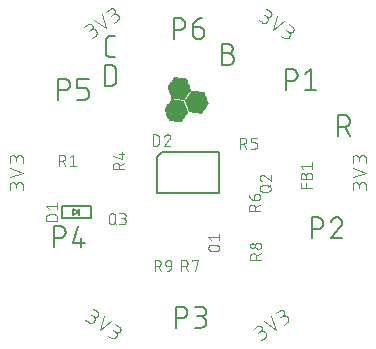
<source format=gbr>
G04 EAGLE Gerber RS-274X export*
G75*
%MOMM*%
%FSLAX34Y34*%
%LPD*%
%INSilkscreen Top*%
%IPPOS*%
%AMOC8*
5,1,8,0,0,1.08239X$1,22.5*%
G01*
%ADD10C,0.101600*%
%ADD11C,0.152400*%
%ADD12R,0.014731X0.014731*%
%ADD13R,0.147319X0.014731*%
%ADD14R,0.265175X0.014731*%
%ADD15R,0.383031X0.014731*%
%ADD16R,0.515619X0.014731*%
%ADD17R,0.633475X0.014731*%
%ADD18R,0.751331X0.014731*%
%ADD19R,0.883919X0.014731*%
%ADD20R,1.001775X0.014731*%
%ADD21R,1.119631X0.014731*%
%ADD22R,1.134363X0.014731*%
%ADD23R,1.149094X0.014731*%
%ADD24R,1.163825X0.014731*%
%ADD25R,1.178556X0.014731*%
%ADD26R,1.193288X0.014731*%
%ADD27R,1.222756X0.014731*%
%ADD28R,1.237488X0.014731*%
%ADD29R,1.266950X0.014731*%
%ADD30R,1.281681X0.014731*%
%ADD31R,1.311144X0.014731*%
%ADD32R,1.325881X0.014731*%
%ADD33R,1.355344X0.014731*%
%ADD34R,1.370075X0.014731*%
%ADD35R,1.384806X0.014731*%
%ADD36R,1.399538X0.014731*%
%ADD37R,1.414275X0.014731*%
%ADD38R,1.443738X0.014731*%
%ADD39R,1.458469X0.014731*%
%ADD40R,1.487931X0.014731*%
%ADD41R,1.502663X0.014731*%
%ADD42R,1.517394X0.014731*%
%ADD43R,1.532125X0.014731*%
%ADD44R,1.546856X0.014731*%
%ADD45R,1.576319X0.014731*%
%ADD46R,1.605788X0.014731*%
%ADD47R,1.620519X0.014731*%
%ADD48R,1.649981X0.014731*%
%ADD49R,1.664713X0.014731*%
%ADD50R,1.694175X0.014731*%
%ADD51R,1.708913X0.014731*%
%ADD52R,1.738375X0.014731*%
%ADD53R,1.753106X0.014731*%
%ADD54R,1.767838X0.014731*%
%ADD55R,1.782569X0.014731*%
%ADD56R,1.797306X0.014731*%
%ADD57R,0.117856X0.014731*%
%ADD58R,1.826769X0.014731*%
%ADD59R,0.235713X0.014731*%
%ADD60R,0.353569X0.014731*%
%ADD61R,1.856231X0.014731*%
%ADD62R,0.486156X0.014731*%
%ADD63R,1.870963X0.014731*%
%ADD64R,0.604013X0.014731*%
%ADD65R,0.721869X0.014731*%
%ADD66R,1.885694X0.014731*%
%ADD67R,0.839719X0.014731*%
%ADD68R,0.972306X0.014731*%
%ADD69R,1.090169X0.014731*%
%ADD70R,1.208025X0.014731*%
%ADD71R,1.252219X0.014731*%
%ADD72R,1.296412X0.014731*%
%ADD73R,1.340612X0.014731*%
%ADD74R,1.826763X0.014731*%
%ADD75R,1.414269X0.014731*%
%ADD76R,1.812031X0.014731*%
%ADD77R,1.429000X0.014731*%
%ADD78R,1.458462X0.014731*%
%ADD79R,1.473200X0.014731*%
%ADD80R,1.723644X0.014731*%
%ADD81R,1.694181X0.014731*%
%ADD82R,1.679450X0.014731*%
%ADD83R,1.561594X0.014731*%
%ADD84R,1.576325X0.014731*%
%ADD85R,1.591056X0.014731*%
%ADD86R,1.635250X0.014731*%
%ADD87R,1.561588X0.014731*%
%ADD88R,1.443731X0.014731*%
%ADD89R,1.797300X0.014731*%
%ADD90R,1.841500X0.014731*%
%ADD91R,1.311150X0.014731*%
%ADD92R,1.296419X0.014731*%
%ADD93R,1.193294X0.014731*%
%ADD94R,0.957575X0.014731*%
%ADD95R,0.589281X0.014731*%
%ADD96R,0.471425X0.014731*%
%ADD97R,0.220975X0.014731*%
%ADD98R,1.812038X0.014731*%
%ADD99R,0.103119X0.014731*%
%ADD100R,0.029463X0.014731*%
%ADD101R,0.162050X0.014731*%
%ADD102R,0.397763X0.014731*%
%ADD103R,0.648206X0.014731*%
%ADD104R,1.679444X0.014731*%
%ADD105R,1.016506X0.014731*%
%ADD106R,1.104900X0.014731*%
%ADD107R,1.222750X0.014731*%
%ADD108R,1.429006X0.014731*%
%ADD109R,1.208019X0.014731*%
%ADD110R,0.987044X0.014731*%
%ADD111R,0.854456X0.014731*%
%ADD112R,0.618744X0.014731*%
%ADD113R,0.500888X0.014731*%
%ADD114R,0.368300X0.014731*%
%ADD115R,0.132587X0.014731*%
%ADD116R,1.664719X0.014731*%
%ADD117R,1.075438X0.014731*%
%ADD118R,0.942844X0.014731*%
%ADD119R,0.707131X0.014731*%
%ADD120R,0.456694X0.014731*%
%ADD121R,0.088388X0.014731*%
%ADD122C,0.127000*%
%ADD123C,0.076200*%


D10*
X405968Y475329D02*
X408626Y473467D01*
X408720Y473404D01*
X408816Y473344D01*
X408914Y473287D01*
X409014Y473234D01*
X409116Y473184D01*
X409220Y473138D01*
X409325Y473096D01*
X409431Y473057D01*
X409539Y473022D01*
X409648Y472991D01*
X409758Y472963D01*
X409869Y472940D01*
X409980Y472920D01*
X410092Y472904D01*
X410205Y472892D01*
X410318Y472884D01*
X410431Y472880D01*
X410545Y472880D01*
X410658Y472884D01*
X410771Y472892D01*
X410884Y472904D01*
X410996Y472920D01*
X411107Y472940D01*
X411218Y472963D01*
X411328Y472991D01*
X411437Y473022D01*
X411545Y473057D01*
X411651Y473096D01*
X411756Y473138D01*
X411860Y473184D01*
X411962Y473234D01*
X412062Y473287D01*
X412160Y473344D01*
X412256Y473404D01*
X412350Y473467D01*
X412441Y473534D01*
X412531Y473603D01*
X412618Y473676D01*
X412702Y473752D01*
X412783Y473831D01*
X412862Y473912D01*
X412938Y473996D01*
X413011Y474083D01*
X413080Y474173D01*
X413147Y474264D01*
X413210Y474358D01*
X413270Y474454D01*
X413327Y474552D01*
X413380Y474652D01*
X413430Y474754D01*
X413476Y474858D01*
X413518Y474963D01*
X413557Y475069D01*
X413592Y475177D01*
X413623Y475286D01*
X413651Y475396D01*
X413674Y475507D01*
X413694Y475618D01*
X413710Y475730D01*
X413722Y475843D01*
X413730Y475956D01*
X413734Y476069D01*
X413734Y476183D01*
X413730Y476296D01*
X413722Y476409D01*
X413710Y476522D01*
X413694Y476634D01*
X413674Y476745D01*
X413651Y476856D01*
X413623Y476966D01*
X413592Y477075D01*
X413557Y477183D01*
X413518Y477289D01*
X413476Y477394D01*
X413430Y477498D01*
X413380Y477600D01*
X413327Y477700D01*
X413270Y477798D01*
X413210Y477894D01*
X413147Y477988D01*
X413080Y478079D01*
X413011Y478169D01*
X412938Y478256D01*
X412862Y478340D01*
X412783Y478421D01*
X412702Y478500D01*
X412618Y478576D01*
X412531Y478649D01*
X412442Y478718D01*
X412350Y478785D01*
X415860Y482666D02*
X412669Y484900D01*
X415859Y482666D02*
X415940Y482606D01*
X416019Y482544D01*
X416096Y482478D01*
X416170Y482410D01*
X416241Y482339D01*
X416309Y482265D01*
X416375Y482188D01*
X416437Y482109D01*
X416497Y482028D01*
X416553Y481944D01*
X416606Y481859D01*
X416655Y481771D01*
X416701Y481682D01*
X416744Y481590D01*
X416783Y481497D01*
X416818Y481403D01*
X416850Y481308D01*
X416878Y481211D01*
X416902Y481113D01*
X416922Y481015D01*
X416939Y480915D01*
X416951Y480815D01*
X416960Y480715D01*
X416965Y480615D01*
X416966Y480514D01*
X416963Y480413D01*
X416956Y480313D01*
X416945Y480213D01*
X416931Y480113D01*
X416912Y480014D01*
X416890Y479916D01*
X416864Y479819D01*
X416834Y479722D01*
X416801Y479628D01*
X416764Y479534D01*
X416723Y479442D01*
X416678Y479351D01*
X416631Y479263D01*
X416579Y479176D01*
X416525Y479092D01*
X416467Y479009D01*
X416406Y478929D01*
X416342Y478851D01*
X416275Y478776D01*
X416206Y478703D01*
X416133Y478634D01*
X416058Y478567D01*
X415980Y478503D01*
X415900Y478442D01*
X415817Y478384D01*
X415733Y478330D01*
X415646Y478278D01*
X415558Y478231D01*
X415467Y478186D01*
X415375Y478145D01*
X415281Y478108D01*
X415187Y478075D01*
X415090Y478045D01*
X414993Y478019D01*
X414895Y477997D01*
X414796Y477978D01*
X414696Y477964D01*
X414596Y477953D01*
X414496Y477946D01*
X414395Y477943D01*
X414294Y477944D01*
X414194Y477949D01*
X414094Y477958D01*
X413994Y477970D01*
X413894Y477987D01*
X413796Y478007D01*
X413698Y478031D01*
X413601Y478059D01*
X413506Y478091D01*
X413412Y478126D01*
X413319Y478165D01*
X413227Y478208D01*
X413138Y478254D01*
X413050Y478303D01*
X412965Y478356D01*
X412881Y478412D01*
X410754Y479901D01*
X421500Y478716D02*
X417989Y466911D01*
X427881Y474248D01*
X424693Y462217D02*
X427352Y460355D01*
X427446Y460292D01*
X427542Y460232D01*
X427640Y460175D01*
X427740Y460122D01*
X427842Y460072D01*
X427946Y460026D01*
X428051Y459984D01*
X428157Y459945D01*
X428265Y459910D01*
X428374Y459879D01*
X428484Y459851D01*
X428595Y459828D01*
X428706Y459808D01*
X428818Y459792D01*
X428931Y459780D01*
X429044Y459772D01*
X429157Y459768D01*
X429271Y459768D01*
X429384Y459772D01*
X429497Y459780D01*
X429610Y459792D01*
X429722Y459808D01*
X429833Y459828D01*
X429944Y459851D01*
X430054Y459879D01*
X430163Y459910D01*
X430271Y459945D01*
X430377Y459984D01*
X430482Y460026D01*
X430586Y460072D01*
X430688Y460122D01*
X430788Y460175D01*
X430886Y460232D01*
X430982Y460292D01*
X431076Y460355D01*
X431167Y460422D01*
X431257Y460491D01*
X431344Y460564D01*
X431428Y460640D01*
X431509Y460719D01*
X431588Y460800D01*
X431664Y460884D01*
X431737Y460971D01*
X431806Y461061D01*
X431873Y461152D01*
X431936Y461246D01*
X431996Y461342D01*
X432053Y461440D01*
X432106Y461540D01*
X432156Y461642D01*
X432202Y461746D01*
X432244Y461851D01*
X432283Y461957D01*
X432318Y462065D01*
X432349Y462174D01*
X432377Y462284D01*
X432400Y462395D01*
X432420Y462506D01*
X432436Y462618D01*
X432448Y462731D01*
X432456Y462844D01*
X432460Y462957D01*
X432460Y463071D01*
X432456Y463184D01*
X432448Y463297D01*
X432436Y463410D01*
X432420Y463522D01*
X432400Y463633D01*
X432377Y463744D01*
X432349Y463854D01*
X432318Y463963D01*
X432283Y464071D01*
X432244Y464177D01*
X432202Y464282D01*
X432156Y464386D01*
X432106Y464488D01*
X432053Y464588D01*
X431996Y464686D01*
X431936Y464782D01*
X431873Y464876D01*
X431806Y464967D01*
X431737Y465057D01*
X431664Y465144D01*
X431588Y465228D01*
X431509Y465309D01*
X431428Y465388D01*
X431344Y465464D01*
X431257Y465537D01*
X431168Y465606D01*
X431076Y465673D01*
X434585Y469554D02*
X431395Y471788D01*
X434585Y469554D02*
X434666Y469494D01*
X434745Y469432D01*
X434822Y469366D01*
X434896Y469298D01*
X434967Y469227D01*
X435035Y469153D01*
X435101Y469076D01*
X435163Y468997D01*
X435223Y468916D01*
X435279Y468832D01*
X435332Y468747D01*
X435381Y468659D01*
X435427Y468570D01*
X435470Y468478D01*
X435509Y468385D01*
X435544Y468291D01*
X435576Y468196D01*
X435604Y468099D01*
X435628Y468001D01*
X435648Y467903D01*
X435665Y467803D01*
X435677Y467703D01*
X435686Y467603D01*
X435691Y467503D01*
X435692Y467402D01*
X435689Y467301D01*
X435682Y467201D01*
X435671Y467101D01*
X435657Y467001D01*
X435638Y466902D01*
X435616Y466804D01*
X435590Y466707D01*
X435560Y466610D01*
X435527Y466516D01*
X435490Y466422D01*
X435449Y466330D01*
X435404Y466239D01*
X435357Y466151D01*
X435305Y466064D01*
X435251Y465980D01*
X435193Y465897D01*
X435132Y465817D01*
X435068Y465739D01*
X435001Y465664D01*
X434932Y465591D01*
X434859Y465522D01*
X434784Y465455D01*
X434706Y465391D01*
X434626Y465330D01*
X434543Y465272D01*
X434459Y465218D01*
X434372Y465166D01*
X434284Y465119D01*
X434193Y465074D01*
X434101Y465033D01*
X434007Y464996D01*
X433913Y464963D01*
X433816Y464933D01*
X433719Y464907D01*
X433621Y464885D01*
X433522Y464866D01*
X433422Y464852D01*
X433322Y464841D01*
X433222Y464834D01*
X433121Y464831D01*
X433020Y464832D01*
X432920Y464837D01*
X432820Y464846D01*
X432720Y464858D01*
X432620Y464875D01*
X432522Y464895D01*
X432424Y464919D01*
X432327Y464947D01*
X432232Y464979D01*
X432138Y465014D01*
X432045Y465053D01*
X431953Y465096D01*
X431864Y465142D01*
X431776Y465191D01*
X431691Y465244D01*
X431607Y465300D01*
X429480Y466789D01*
X497242Y334770D02*
X497242Y331524D01*
X497242Y334770D02*
X497240Y334883D01*
X497234Y334996D01*
X497224Y335109D01*
X497210Y335222D01*
X497193Y335334D01*
X497171Y335445D01*
X497146Y335555D01*
X497116Y335665D01*
X497083Y335773D01*
X497046Y335880D01*
X497006Y335986D01*
X496961Y336090D01*
X496913Y336193D01*
X496862Y336294D01*
X496807Y336393D01*
X496749Y336490D01*
X496687Y336585D01*
X496622Y336678D01*
X496554Y336768D01*
X496483Y336856D01*
X496408Y336942D01*
X496331Y337025D01*
X496251Y337105D01*
X496168Y337182D01*
X496082Y337257D01*
X495994Y337328D01*
X495904Y337396D01*
X495811Y337461D01*
X495716Y337523D01*
X495619Y337581D01*
X495520Y337636D01*
X495419Y337687D01*
X495316Y337735D01*
X495212Y337780D01*
X495106Y337820D01*
X494999Y337857D01*
X494891Y337890D01*
X494781Y337920D01*
X494671Y337945D01*
X494560Y337967D01*
X494448Y337984D01*
X494335Y337998D01*
X494222Y338008D01*
X494109Y338014D01*
X493996Y338016D01*
X493883Y338014D01*
X493770Y338008D01*
X493657Y337998D01*
X493544Y337984D01*
X493432Y337967D01*
X493321Y337945D01*
X493211Y337920D01*
X493101Y337890D01*
X492993Y337857D01*
X492886Y337820D01*
X492780Y337780D01*
X492676Y337735D01*
X492573Y337687D01*
X492472Y337636D01*
X492373Y337581D01*
X492276Y337523D01*
X492181Y337461D01*
X492088Y337396D01*
X491998Y337328D01*
X491910Y337257D01*
X491824Y337182D01*
X491741Y337105D01*
X491661Y337025D01*
X491584Y336942D01*
X491509Y336856D01*
X491438Y336768D01*
X491370Y336678D01*
X491305Y336585D01*
X491243Y336490D01*
X491185Y336393D01*
X491130Y336294D01*
X491079Y336193D01*
X491031Y336090D01*
X490986Y335986D01*
X490946Y335880D01*
X490909Y335773D01*
X490876Y335665D01*
X490846Y335555D01*
X490821Y335445D01*
X490799Y335334D01*
X490782Y335222D01*
X490768Y335109D01*
X490758Y334996D01*
X490752Y334883D01*
X490750Y334770D01*
X485558Y335419D02*
X485558Y331524D01*
X485558Y335419D02*
X485560Y335520D01*
X485566Y335620D01*
X485576Y335720D01*
X485589Y335820D01*
X485607Y335919D01*
X485628Y336018D01*
X485653Y336115D01*
X485682Y336212D01*
X485715Y336307D01*
X485751Y336401D01*
X485791Y336493D01*
X485834Y336584D01*
X485881Y336673D01*
X485931Y336760D01*
X485985Y336846D01*
X486042Y336929D01*
X486102Y337009D01*
X486165Y337088D01*
X486232Y337164D01*
X486301Y337237D01*
X486373Y337307D01*
X486447Y337375D01*
X486524Y337440D01*
X486604Y337501D01*
X486686Y337560D01*
X486770Y337615D01*
X486856Y337667D01*
X486944Y337716D01*
X487034Y337761D01*
X487126Y337803D01*
X487219Y337841D01*
X487314Y337875D01*
X487409Y337906D01*
X487506Y337933D01*
X487604Y337956D01*
X487703Y337976D01*
X487803Y337991D01*
X487903Y338003D01*
X488003Y338011D01*
X488104Y338015D01*
X488204Y338015D01*
X488305Y338011D01*
X488405Y338003D01*
X488505Y337991D01*
X488605Y337976D01*
X488704Y337956D01*
X488802Y337933D01*
X488899Y337906D01*
X488994Y337875D01*
X489089Y337841D01*
X489182Y337803D01*
X489274Y337761D01*
X489364Y337716D01*
X489452Y337667D01*
X489538Y337615D01*
X489622Y337560D01*
X489704Y337501D01*
X489784Y337440D01*
X489861Y337375D01*
X489935Y337307D01*
X490007Y337237D01*
X490076Y337164D01*
X490143Y337088D01*
X490206Y337009D01*
X490266Y336929D01*
X490323Y336846D01*
X490377Y336760D01*
X490427Y336673D01*
X490474Y336584D01*
X490517Y336493D01*
X490557Y336401D01*
X490593Y336307D01*
X490626Y336212D01*
X490655Y336115D01*
X490680Y336018D01*
X490701Y335919D01*
X490719Y335820D01*
X490732Y335720D01*
X490742Y335620D01*
X490748Y335520D01*
X490750Y335419D01*
X490751Y335419D02*
X490751Y332823D01*
X485558Y342305D02*
X497242Y346200D01*
X485558Y350095D01*
X497242Y354384D02*
X497242Y357630D01*
X497240Y357743D01*
X497234Y357856D01*
X497224Y357969D01*
X497210Y358082D01*
X497193Y358194D01*
X497171Y358305D01*
X497146Y358415D01*
X497116Y358525D01*
X497083Y358633D01*
X497046Y358740D01*
X497006Y358846D01*
X496961Y358950D01*
X496913Y359053D01*
X496862Y359154D01*
X496807Y359253D01*
X496749Y359350D01*
X496687Y359445D01*
X496622Y359538D01*
X496554Y359628D01*
X496483Y359716D01*
X496408Y359802D01*
X496331Y359885D01*
X496251Y359965D01*
X496168Y360042D01*
X496082Y360117D01*
X495994Y360188D01*
X495904Y360256D01*
X495811Y360321D01*
X495716Y360383D01*
X495619Y360441D01*
X495520Y360496D01*
X495419Y360547D01*
X495316Y360595D01*
X495212Y360640D01*
X495106Y360680D01*
X494999Y360717D01*
X494891Y360750D01*
X494781Y360780D01*
X494671Y360805D01*
X494560Y360827D01*
X494448Y360844D01*
X494335Y360858D01*
X494222Y360868D01*
X494109Y360874D01*
X493996Y360876D01*
X493883Y360874D01*
X493770Y360868D01*
X493657Y360858D01*
X493544Y360844D01*
X493432Y360827D01*
X493321Y360805D01*
X493211Y360780D01*
X493101Y360750D01*
X492993Y360717D01*
X492886Y360680D01*
X492780Y360640D01*
X492676Y360595D01*
X492573Y360547D01*
X492472Y360496D01*
X492373Y360441D01*
X492276Y360383D01*
X492181Y360321D01*
X492088Y360256D01*
X491998Y360188D01*
X491910Y360117D01*
X491824Y360042D01*
X491741Y359965D01*
X491661Y359885D01*
X491584Y359802D01*
X491509Y359716D01*
X491438Y359628D01*
X491370Y359538D01*
X491305Y359445D01*
X491243Y359350D01*
X491185Y359253D01*
X491130Y359154D01*
X491079Y359053D01*
X491031Y358950D01*
X490986Y358846D01*
X490946Y358740D01*
X490909Y358633D01*
X490876Y358525D01*
X490846Y358415D01*
X490821Y358305D01*
X490799Y358194D01*
X490782Y358082D01*
X490768Y357969D01*
X490758Y357856D01*
X490752Y357743D01*
X490750Y357630D01*
X485558Y358279D02*
X485558Y354384D01*
X485558Y358279D02*
X485560Y358380D01*
X485566Y358480D01*
X485576Y358580D01*
X485589Y358680D01*
X485607Y358779D01*
X485628Y358878D01*
X485653Y358975D01*
X485682Y359072D01*
X485715Y359167D01*
X485751Y359261D01*
X485791Y359353D01*
X485834Y359444D01*
X485881Y359533D01*
X485931Y359620D01*
X485985Y359706D01*
X486042Y359789D01*
X486102Y359869D01*
X486165Y359948D01*
X486232Y360024D01*
X486301Y360097D01*
X486373Y360167D01*
X486447Y360235D01*
X486524Y360300D01*
X486604Y360361D01*
X486686Y360420D01*
X486770Y360475D01*
X486856Y360527D01*
X486944Y360576D01*
X487034Y360621D01*
X487126Y360663D01*
X487219Y360701D01*
X487314Y360735D01*
X487409Y360766D01*
X487506Y360793D01*
X487604Y360816D01*
X487703Y360836D01*
X487803Y360851D01*
X487903Y360863D01*
X488003Y360871D01*
X488104Y360875D01*
X488204Y360875D01*
X488305Y360871D01*
X488405Y360863D01*
X488505Y360851D01*
X488605Y360836D01*
X488704Y360816D01*
X488802Y360793D01*
X488899Y360766D01*
X488994Y360735D01*
X489089Y360701D01*
X489182Y360663D01*
X489274Y360621D01*
X489364Y360576D01*
X489452Y360527D01*
X489538Y360475D01*
X489622Y360420D01*
X489704Y360361D01*
X489784Y360300D01*
X489861Y360235D01*
X489935Y360167D01*
X490007Y360097D01*
X490076Y360024D01*
X490143Y359948D01*
X490206Y359869D01*
X490266Y359789D01*
X490323Y359706D01*
X490377Y359620D01*
X490427Y359533D01*
X490474Y359444D01*
X490517Y359353D01*
X490557Y359261D01*
X490593Y359167D01*
X490626Y359072D01*
X490655Y358975D01*
X490680Y358878D01*
X490701Y358779D01*
X490719Y358680D01*
X490732Y358580D01*
X490742Y358480D01*
X490748Y358380D01*
X490750Y358279D01*
X490751Y358279D02*
X490751Y355683D01*
X411078Y206288D02*
X408420Y204427D01*
X411079Y206288D02*
X411170Y206355D01*
X411260Y206424D01*
X411347Y206497D01*
X411431Y206573D01*
X411512Y206652D01*
X411591Y206733D01*
X411667Y206817D01*
X411740Y206904D01*
X411809Y206994D01*
X411876Y207085D01*
X411939Y207179D01*
X411999Y207275D01*
X412056Y207373D01*
X412109Y207473D01*
X412159Y207575D01*
X412205Y207679D01*
X412247Y207784D01*
X412286Y207890D01*
X412321Y207998D01*
X412352Y208107D01*
X412380Y208217D01*
X412403Y208328D01*
X412423Y208439D01*
X412439Y208551D01*
X412451Y208664D01*
X412459Y208777D01*
X412463Y208890D01*
X412463Y209004D01*
X412459Y209117D01*
X412451Y209230D01*
X412439Y209343D01*
X412423Y209455D01*
X412403Y209566D01*
X412380Y209677D01*
X412352Y209787D01*
X412321Y209896D01*
X412286Y210004D01*
X412247Y210110D01*
X412205Y210215D01*
X412159Y210319D01*
X412109Y210421D01*
X412056Y210521D01*
X411999Y210619D01*
X411939Y210715D01*
X411876Y210809D01*
X411809Y210900D01*
X411740Y210990D01*
X411667Y211077D01*
X411591Y211161D01*
X411512Y211242D01*
X411431Y211321D01*
X411347Y211397D01*
X411260Y211470D01*
X411171Y211539D01*
X411079Y211606D01*
X410985Y211669D01*
X410889Y211729D01*
X410791Y211786D01*
X410691Y211839D01*
X410589Y211889D01*
X410485Y211935D01*
X410380Y211977D01*
X410274Y212016D01*
X410166Y212051D01*
X410057Y212082D01*
X409947Y212110D01*
X409836Y212133D01*
X409725Y212153D01*
X409613Y212169D01*
X409500Y212181D01*
X409387Y212189D01*
X409274Y212193D01*
X409160Y212193D01*
X409047Y212189D01*
X408934Y212181D01*
X408821Y212169D01*
X408709Y212153D01*
X408598Y212133D01*
X408487Y212110D01*
X408377Y212082D01*
X408268Y212051D01*
X408160Y212016D01*
X408054Y211977D01*
X407949Y211935D01*
X407845Y211889D01*
X407743Y211839D01*
X407643Y211786D01*
X407545Y211729D01*
X407449Y211669D01*
X407355Y211606D01*
X404908Y216232D02*
X401718Y213998D01*
X404909Y216232D02*
X404993Y216288D01*
X405078Y216341D01*
X405166Y216390D01*
X405255Y216436D01*
X405347Y216479D01*
X405440Y216518D01*
X405534Y216553D01*
X405629Y216585D01*
X405726Y216613D01*
X405824Y216637D01*
X405922Y216657D01*
X406022Y216674D01*
X406122Y216686D01*
X406222Y216695D01*
X406323Y216700D01*
X406423Y216701D01*
X406524Y216698D01*
X406624Y216691D01*
X406724Y216680D01*
X406824Y216666D01*
X406923Y216647D01*
X407021Y216625D01*
X407118Y216599D01*
X407215Y216569D01*
X407310Y216536D01*
X407403Y216499D01*
X407495Y216458D01*
X407586Y216413D01*
X407674Y216366D01*
X407761Y216314D01*
X407845Y216260D01*
X407928Y216202D01*
X408008Y216141D01*
X408086Y216077D01*
X408161Y216010D01*
X408234Y215941D01*
X408303Y215868D01*
X408370Y215793D01*
X408434Y215715D01*
X408495Y215635D01*
X408553Y215552D01*
X408607Y215468D01*
X408659Y215381D01*
X408706Y215293D01*
X408751Y215202D01*
X408792Y215110D01*
X408829Y215016D01*
X408862Y214922D01*
X408892Y214825D01*
X408918Y214728D01*
X408940Y214630D01*
X408959Y214531D01*
X408973Y214431D01*
X408984Y214331D01*
X408991Y214231D01*
X408994Y214130D01*
X408993Y214030D01*
X408988Y213929D01*
X408979Y213829D01*
X408967Y213729D01*
X408950Y213629D01*
X408930Y213531D01*
X408906Y213433D01*
X408878Y213336D01*
X408846Y213241D01*
X408811Y213147D01*
X408772Y213054D01*
X408729Y212962D01*
X408683Y212873D01*
X408634Y212785D01*
X408581Y212700D01*
X408525Y212616D01*
X408465Y212535D01*
X408403Y212456D01*
X408337Y212379D01*
X408269Y212305D01*
X408198Y212234D01*
X408124Y212166D01*
X408047Y212100D01*
X407968Y212038D01*
X407887Y211978D01*
X405760Y210489D01*
X410549Y220181D02*
X420441Y212844D01*
X416930Y224649D01*
X427146Y217539D02*
X429804Y219400D01*
X429805Y219400D02*
X429896Y219467D01*
X429986Y219536D01*
X430073Y219609D01*
X430157Y219685D01*
X430238Y219764D01*
X430317Y219845D01*
X430393Y219929D01*
X430466Y220016D01*
X430535Y220106D01*
X430602Y220197D01*
X430665Y220291D01*
X430725Y220387D01*
X430782Y220485D01*
X430835Y220585D01*
X430885Y220687D01*
X430931Y220791D01*
X430973Y220896D01*
X431012Y221002D01*
X431047Y221110D01*
X431078Y221219D01*
X431106Y221329D01*
X431129Y221440D01*
X431149Y221551D01*
X431165Y221663D01*
X431177Y221776D01*
X431185Y221889D01*
X431189Y222002D01*
X431189Y222116D01*
X431185Y222229D01*
X431177Y222342D01*
X431165Y222455D01*
X431149Y222567D01*
X431129Y222678D01*
X431106Y222789D01*
X431078Y222899D01*
X431047Y223008D01*
X431012Y223116D01*
X430973Y223222D01*
X430931Y223327D01*
X430885Y223431D01*
X430835Y223533D01*
X430782Y223633D01*
X430725Y223731D01*
X430665Y223827D01*
X430602Y223921D01*
X430535Y224012D01*
X430466Y224102D01*
X430393Y224189D01*
X430317Y224273D01*
X430238Y224354D01*
X430157Y224433D01*
X430073Y224509D01*
X429986Y224582D01*
X429897Y224651D01*
X429805Y224718D01*
X429711Y224781D01*
X429615Y224841D01*
X429517Y224898D01*
X429417Y224951D01*
X429315Y225001D01*
X429211Y225047D01*
X429106Y225089D01*
X429000Y225128D01*
X428892Y225163D01*
X428783Y225194D01*
X428673Y225222D01*
X428562Y225245D01*
X428451Y225265D01*
X428339Y225281D01*
X428226Y225293D01*
X428113Y225301D01*
X428000Y225305D01*
X427886Y225305D01*
X427773Y225301D01*
X427660Y225293D01*
X427547Y225281D01*
X427435Y225265D01*
X427324Y225245D01*
X427213Y225222D01*
X427103Y225194D01*
X426994Y225163D01*
X426886Y225128D01*
X426780Y225089D01*
X426675Y225047D01*
X426571Y225001D01*
X426469Y224951D01*
X426369Y224898D01*
X426271Y224841D01*
X426175Y224781D01*
X426081Y224718D01*
X423634Y229344D02*
X420444Y227110D01*
X423634Y229344D02*
X423718Y229400D01*
X423803Y229453D01*
X423891Y229502D01*
X423980Y229548D01*
X424072Y229591D01*
X424165Y229630D01*
X424259Y229665D01*
X424354Y229697D01*
X424451Y229725D01*
X424549Y229749D01*
X424647Y229769D01*
X424747Y229786D01*
X424847Y229798D01*
X424947Y229807D01*
X425048Y229812D01*
X425148Y229813D01*
X425249Y229810D01*
X425349Y229803D01*
X425449Y229792D01*
X425549Y229778D01*
X425648Y229759D01*
X425746Y229737D01*
X425843Y229711D01*
X425940Y229681D01*
X426035Y229648D01*
X426128Y229611D01*
X426220Y229570D01*
X426311Y229525D01*
X426399Y229478D01*
X426486Y229426D01*
X426570Y229372D01*
X426653Y229314D01*
X426733Y229253D01*
X426811Y229189D01*
X426886Y229122D01*
X426959Y229053D01*
X427028Y228980D01*
X427095Y228905D01*
X427159Y228827D01*
X427220Y228747D01*
X427278Y228664D01*
X427332Y228580D01*
X427384Y228493D01*
X427431Y228405D01*
X427476Y228314D01*
X427517Y228222D01*
X427554Y228128D01*
X427587Y228034D01*
X427617Y227937D01*
X427643Y227840D01*
X427665Y227742D01*
X427684Y227643D01*
X427698Y227543D01*
X427709Y227443D01*
X427716Y227343D01*
X427719Y227242D01*
X427718Y227142D01*
X427713Y227041D01*
X427704Y226941D01*
X427692Y226841D01*
X427675Y226741D01*
X427655Y226643D01*
X427631Y226545D01*
X427603Y226448D01*
X427571Y226353D01*
X427536Y226259D01*
X427497Y226166D01*
X427454Y226074D01*
X427408Y225985D01*
X427359Y225897D01*
X427306Y225812D01*
X427250Y225728D01*
X427190Y225647D01*
X427128Y225568D01*
X427062Y225491D01*
X426994Y225417D01*
X426923Y225346D01*
X426849Y225278D01*
X426772Y225212D01*
X426693Y225150D01*
X426612Y225090D01*
X426613Y225090D02*
X424486Y223600D01*
X262032Y219527D02*
X259373Y221389D01*
X262031Y219527D02*
X262125Y219464D01*
X262221Y219404D01*
X262319Y219347D01*
X262419Y219294D01*
X262521Y219244D01*
X262625Y219198D01*
X262730Y219156D01*
X262836Y219117D01*
X262944Y219082D01*
X263053Y219051D01*
X263163Y219023D01*
X263274Y219000D01*
X263385Y218980D01*
X263497Y218964D01*
X263610Y218952D01*
X263723Y218944D01*
X263836Y218940D01*
X263950Y218940D01*
X264063Y218944D01*
X264176Y218952D01*
X264289Y218964D01*
X264401Y218980D01*
X264512Y219000D01*
X264623Y219023D01*
X264733Y219051D01*
X264842Y219082D01*
X264950Y219117D01*
X265056Y219156D01*
X265161Y219198D01*
X265265Y219244D01*
X265367Y219294D01*
X265467Y219347D01*
X265565Y219404D01*
X265661Y219464D01*
X265755Y219527D01*
X265846Y219594D01*
X265936Y219663D01*
X266023Y219736D01*
X266107Y219812D01*
X266188Y219891D01*
X266267Y219972D01*
X266343Y220056D01*
X266416Y220143D01*
X266485Y220233D01*
X266552Y220324D01*
X266615Y220418D01*
X266675Y220514D01*
X266732Y220612D01*
X266785Y220712D01*
X266835Y220814D01*
X266881Y220918D01*
X266923Y221023D01*
X266962Y221129D01*
X266997Y221237D01*
X267028Y221346D01*
X267056Y221456D01*
X267079Y221567D01*
X267099Y221678D01*
X267115Y221790D01*
X267127Y221903D01*
X267135Y222016D01*
X267139Y222129D01*
X267139Y222243D01*
X267135Y222356D01*
X267127Y222469D01*
X267115Y222582D01*
X267099Y222694D01*
X267079Y222805D01*
X267056Y222916D01*
X267028Y223026D01*
X266997Y223135D01*
X266962Y223243D01*
X266923Y223349D01*
X266881Y223454D01*
X266835Y223558D01*
X266785Y223660D01*
X266732Y223760D01*
X266675Y223858D01*
X266615Y223954D01*
X266552Y224048D01*
X266485Y224139D01*
X266416Y224229D01*
X266343Y224316D01*
X266267Y224400D01*
X266188Y224481D01*
X266107Y224560D01*
X266023Y224636D01*
X265936Y224709D01*
X265847Y224778D01*
X265755Y224845D01*
X269265Y228726D02*
X266075Y230960D01*
X269265Y228726D02*
X269346Y228666D01*
X269425Y228604D01*
X269502Y228538D01*
X269576Y228470D01*
X269647Y228399D01*
X269715Y228325D01*
X269781Y228248D01*
X269843Y228169D01*
X269903Y228088D01*
X269959Y228004D01*
X270012Y227919D01*
X270061Y227831D01*
X270107Y227742D01*
X270150Y227650D01*
X270189Y227557D01*
X270224Y227463D01*
X270256Y227368D01*
X270284Y227271D01*
X270308Y227173D01*
X270328Y227075D01*
X270345Y226975D01*
X270357Y226875D01*
X270366Y226775D01*
X270371Y226675D01*
X270372Y226574D01*
X270369Y226473D01*
X270362Y226373D01*
X270351Y226273D01*
X270337Y226173D01*
X270318Y226074D01*
X270296Y225976D01*
X270270Y225879D01*
X270240Y225782D01*
X270207Y225688D01*
X270170Y225594D01*
X270129Y225502D01*
X270084Y225411D01*
X270037Y225323D01*
X269985Y225236D01*
X269931Y225152D01*
X269873Y225069D01*
X269812Y224989D01*
X269748Y224911D01*
X269681Y224836D01*
X269612Y224763D01*
X269539Y224694D01*
X269464Y224627D01*
X269386Y224563D01*
X269306Y224502D01*
X269223Y224444D01*
X269139Y224390D01*
X269052Y224338D01*
X268964Y224291D01*
X268873Y224246D01*
X268781Y224205D01*
X268687Y224168D01*
X268593Y224135D01*
X268496Y224105D01*
X268399Y224079D01*
X268301Y224057D01*
X268202Y224038D01*
X268102Y224024D01*
X268002Y224013D01*
X267902Y224006D01*
X267801Y224003D01*
X267700Y224004D01*
X267600Y224009D01*
X267500Y224018D01*
X267400Y224030D01*
X267300Y224047D01*
X267202Y224067D01*
X267104Y224091D01*
X267007Y224119D01*
X266912Y224151D01*
X266818Y224186D01*
X266725Y224225D01*
X266633Y224268D01*
X266544Y224314D01*
X266456Y224363D01*
X266371Y224416D01*
X266287Y224472D01*
X264160Y225961D01*
X274906Y224776D02*
X271395Y212971D01*
X281287Y220308D01*
X278099Y208277D02*
X280758Y206415D01*
X280757Y206415D02*
X280851Y206352D01*
X280947Y206292D01*
X281045Y206235D01*
X281145Y206182D01*
X281247Y206132D01*
X281351Y206086D01*
X281456Y206044D01*
X281562Y206005D01*
X281670Y205970D01*
X281779Y205939D01*
X281889Y205911D01*
X282000Y205888D01*
X282111Y205868D01*
X282223Y205852D01*
X282336Y205840D01*
X282449Y205832D01*
X282562Y205828D01*
X282676Y205828D01*
X282789Y205832D01*
X282902Y205840D01*
X283015Y205852D01*
X283127Y205868D01*
X283238Y205888D01*
X283349Y205911D01*
X283459Y205939D01*
X283568Y205970D01*
X283676Y206005D01*
X283782Y206044D01*
X283887Y206086D01*
X283991Y206132D01*
X284093Y206182D01*
X284193Y206235D01*
X284291Y206292D01*
X284387Y206352D01*
X284481Y206415D01*
X284572Y206482D01*
X284662Y206551D01*
X284749Y206624D01*
X284833Y206700D01*
X284914Y206779D01*
X284993Y206860D01*
X285069Y206944D01*
X285142Y207031D01*
X285211Y207121D01*
X285278Y207212D01*
X285341Y207306D01*
X285401Y207402D01*
X285458Y207500D01*
X285511Y207600D01*
X285561Y207702D01*
X285607Y207806D01*
X285649Y207911D01*
X285688Y208017D01*
X285723Y208125D01*
X285754Y208234D01*
X285782Y208344D01*
X285805Y208455D01*
X285825Y208566D01*
X285841Y208678D01*
X285853Y208791D01*
X285861Y208904D01*
X285865Y209017D01*
X285865Y209131D01*
X285861Y209244D01*
X285853Y209357D01*
X285841Y209470D01*
X285825Y209582D01*
X285805Y209693D01*
X285782Y209804D01*
X285754Y209914D01*
X285723Y210023D01*
X285688Y210131D01*
X285649Y210237D01*
X285607Y210342D01*
X285561Y210446D01*
X285511Y210548D01*
X285458Y210648D01*
X285401Y210746D01*
X285341Y210842D01*
X285278Y210936D01*
X285211Y211027D01*
X285142Y211117D01*
X285069Y211204D01*
X284993Y211288D01*
X284914Y211369D01*
X284833Y211448D01*
X284749Y211524D01*
X284662Y211597D01*
X284573Y211666D01*
X284481Y211733D01*
X287991Y215614D02*
X284801Y217848D01*
X287991Y215614D02*
X288072Y215554D01*
X288151Y215492D01*
X288228Y215426D01*
X288302Y215358D01*
X288373Y215287D01*
X288441Y215213D01*
X288507Y215136D01*
X288569Y215057D01*
X288629Y214976D01*
X288685Y214892D01*
X288738Y214807D01*
X288787Y214719D01*
X288833Y214630D01*
X288876Y214538D01*
X288915Y214445D01*
X288950Y214351D01*
X288982Y214256D01*
X289010Y214159D01*
X289034Y214061D01*
X289054Y213963D01*
X289071Y213863D01*
X289083Y213763D01*
X289092Y213663D01*
X289097Y213563D01*
X289098Y213462D01*
X289095Y213361D01*
X289088Y213261D01*
X289077Y213161D01*
X289063Y213061D01*
X289044Y212962D01*
X289022Y212864D01*
X288996Y212767D01*
X288966Y212670D01*
X288933Y212576D01*
X288896Y212482D01*
X288855Y212390D01*
X288810Y212299D01*
X288763Y212211D01*
X288711Y212124D01*
X288657Y212040D01*
X288599Y211957D01*
X288538Y211877D01*
X288474Y211799D01*
X288407Y211724D01*
X288338Y211651D01*
X288265Y211582D01*
X288190Y211515D01*
X288112Y211451D01*
X288032Y211390D01*
X287949Y211332D01*
X287865Y211278D01*
X287778Y211226D01*
X287690Y211179D01*
X287599Y211134D01*
X287507Y211093D01*
X287413Y211056D01*
X287319Y211023D01*
X287222Y210993D01*
X287125Y210967D01*
X287027Y210945D01*
X286928Y210926D01*
X286828Y210912D01*
X286728Y210901D01*
X286628Y210894D01*
X286527Y210891D01*
X286426Y210892D01*
X286326Y210897D01*
X286226Y210906D01*
X286126Y210918D01*
X286026Y210935D01*
X285928Y210955D01*
X285830Y210979D01*
X285733Y211007D01*
X285638Y211039D01*
X285544Y211074D01*
X285451Y211113D01*
X285359Y211156D01*
X285270Y211202D01*
X285182Y211251D01*
X285097Y211304D01*
X285013Y211360D01*
X285012Y211360D02*
X282886Y212849D01*
X206842Y331524D02*
X206842Y334770D01*
X206840Y334883D01*
X206834Y334996D01*
X206824Y335109D01*
X206810Y335222D01*
X206793Y335334D01*
X206771Y335445D01*
X206746Y335555D01*
X206716Y335665D01*
X206683Y335773D01*
X206646Y335880D01*
X206606Y335986D01*
X206561Y336090D01*
X206513Y336193D01*
X206462Y336294D01*
X206407Y336393D01*
X206349Y336490D01*
X206287Y336585D01*
X206222Y336678D01*
X206154Y336768D01*
X206083Y336856D01*
X206008Y336942D01*
X205931Y337025D01*
X205851Y337105D01*
X205768Y337182D01*
X205682Y337257D01*
X205594Y337328D01*
X205504Y337396D01*
X205411Y337461D01*
X205316Y337523D01*
X205219Y337581D01*
X205120Y337636D01*
X205019Y337687D01*
X204916Y337735D01*
X204812Y337780D01*
X204706Y337820D01*
X204599Y337857D01*
X204491Y337890D01*
X204381Y337920D01*
X204271Y337945D01*
X204160Y337967D01*
X204048Y337984D01*
X203935Y337998D01*
X203822Y338008D01*
X203709Y338014D01*
X203596Y338016D01*
X203483Y338014D01*
X203370Y338008D01*
X203257Y337998D01*
X203144Y337984D01*
X203032Y337967D01*
X202921Y337945D01*
X202811Y337920D01*
X202701Y337890D01*
X202593Y337857D01*
X202486Y337820D01*
X202380Y337780D01*
X202276Y337735D01*
X202173Y337687D01*
X202072Y337636D01*
X201973Y337581D01*
X201876Y337523D01*
X201781Y337461D01*
X201688Y337396D01*
X201598Y337328D01*
X201510Y337257D01*
X201424Y337182D01*
X201341Y337105D01*
X201261Y337025D01*
X201184Y336942D01*
X201109Y336856D01*
X201038Y336768D01*
X200970Y336678D01*
X200905Y336585D01*
X200843Y336490D01*
X200785Y336393D01*
X200730Y336294D01*
X200679Y336193D01*
X200631Y336090D01*
X200586Y335986D01*
X200546Y335880D01*
X200509Y335773D01*
X200476Y335665D01*
X200446Y335555D01*
X200421Y335445D01*
X200399Y335334D01*
X200382Y335222D01*
X200368Y335109D01*
X200358Y334996D01*
X200352Y334883D01*
X200350Y334770D01*
X195158Y335419D02*
X195158Y331524D01*
X195158Y335419D02*
X195160Y335520D01*
X195166Y335620D01*
X195176Y335720D01*
X195189Y335820D01*
X195207Y335919D01*
X195228Y336018D01*
X195253Y336115D01*
X195282Y336212D01*
X195315Y336307D01*
X195351Y336401D01*
X195391Y336493D01*
X195434Y336584D01*
X195481Y336673D01*
X195531Y336760D01*
X195585Y336846D01*
X195642Y336929D01*
X195702Y337009D01*
X195765Y337088D01*
X195832Y337164D01*
X195901Y337237D01*
X195973Y337307D01*
X196047Y337375D01*
X196124Y337440D01*
X196204Y337501D01*
X196286Y337560D01*
X196370Y337615D01*
X196456Y337667D01*
X196544Y337716D01*
X196634Y337761D01*
X196726Y337803D01*
X196819Y337841D01*
X196914Y337875D01*
X197009Y337906D01*
X197106Y337933D01*
X197204Y337956D01*
X197303Y337976D01*
X197403Y337991D01*
X197503Y338003D01*
X197603Y338011D01*
X197704Y338015D01*
X197804Y338015D01*
X197905Y338011D01*
X198005Y338003D01*
X198105Y337991D01*
X198205Y337976D01*
X198304Y337956D01*
X198402Y337933D01*
X198499Y337906D01*
X198594Y337875D01*
X198689Y337841D01*
X198782Y337803D01*
X198874Y337761D01*
X198964Y337716D01*
X199052Y337667D01*
X199138Y337615D01*
X199222Y337560D01*
X199304Y337501D01*
X199384Y337440D01*
X199461Y337375D01*
X199535Y337307D01*
X199607Y337237D01*
X199676Y337164D01*
X199743Y337088D01*
X199806Y337009D01*
X199866Y336929D01*
X199923Y336846D01*
X199977Y336760D01*
X200027Y336673D01*
X200074Y336584D01*
X200117Y336493D01*
X200157Y336401D01*
X200193Y336307D01*
X200226Y336212D01*
X200255Y336115D01*
X200280Y336018D01*
X200301Y335919D01*
X200319Y335820D01*
X200332Y335720D01*
X200342Y335620D01*
X200348Y335520D01*
X200350Y335419D01*
X200351Y335419D02*
X200351Y332823D01*
X195158Y342305D02*
X206842Y346200D01*
X195158Y350095D01*
X206842Y354384D02*
X206842Y357630D01*
X206840Y357743D01*
X206834Y357856D01*
X206824Y357969D01*
X206810Y358082D01*
X206793Y358194D01*
X206771Y358305D01*
X206746Y358415D01*
X206716Y358525D01*
X206683Y358633D01*
X206646Y358740D01*
X206606Y358846D01*
X206561Y358950D01*
X206513Y359053D01*
X206462Y359154D01*
X206407Y359253D01*
X206349Y359350D01*
X206287Y359445D01*
X206222Y359538D01*
X206154Y359628D01*
X206083Y359716D01*
X206008Y359802D01*
X205931Y359885D01*
X205851Y359965D01*
X205768Y360042D01*
X205682Y360117D01*
X205594Y360188D01*
X205504Y360256D01*
X205411Y360321D01*
X205316Y360383D01*
X205219Y360441D01*
X205120Y360496D01*
X205019Y360547D01*
X204916Y360595D01*
X204812Y360640D01*
X204706Y360680D01*
X204599Y360717D01*
X204491Y360750D01*
X204381Y360780D01*
X204271Y360805D01*
X204160Y360827D01*
X204048Y360844D01*
X203935Y360858D01*
X203822Y360868D01*
X203709Y360874D01*
X203596Y360876D01*
X203483Y360874D01*
X203370Y360868D01*
X203257Y360858D01*
X203144Y360844D01*
X203032Y360827D01*
X202921Y360805D01*
X202811Y360780D01*
X202701Y360750D01*
X202593Y360717D01*
X202486Y360680D01*
X202380Y360640D01*
X202276Y360595D01*
X202173Y360547D01*
X202072Y360496D01*
X201973Y360441D01*
X201876Y360383D01*
X201781Y360321D01*
X201688Y360256D01*
X201598Y360188D01*
X201510Y360117D01*
X201424Y360042D01*
X201341Y359965D01*
X201261Y359885D01*
X201184Y359802D01*
X201109Y359716D01*
X201038Y359628D01*
X200970Y359538D01*
X200905Y359445D01*
X200843Y359350D01*
X200785Y359253D01*
X200730Y359154D01*
X200679Y359053D01*
X200631Y358950D01*
X200586Y358846D01*
X200546Y358740D01*
X200509Y358633D01*
X200476Y358525D01*
X200446Y358415D01*
X200421Y358305D01*
X200399Y358194D01*
X200382Y358082D01*
X200368Y357969D01*
X200358Y357856D01*
X200352Y357743D01*
X200350Y357630D01*
X195158Y358279D02*
X195158Y354384D01*
X195158Y358279D02*
X195160Y358380D01*
X195166Y358480D01*
X195176Y358580D01*
X195189Y358680D01*
X195207Y358779D01*
X195228Y358878D01*
X195253Y358975D01*
X195282Y359072D01*
X195315Y359167D01*
X195351Y359261D01*
X195391Y359353D01*
X195434Y359444D01*
X195481Y359533D01*
X195531Y359620D01*
X195585Y359706D01*
X195642Y359789D01*
X195702Y359869D01*
X195765Y359948D01*
X195832Y360024D01*
X195901Y360097D01*
X195973Y360167D01*
X196047Y360235D01*
X196124Y360300D01*
X196204Y360361D01*
X196286Y360420D01*
X196370Y360475D01*
X196456Y360527D01*
X196544Y360576D01*
X196634Y360621D01*
X196726Y360663D01*
X196819Y360701D01*
X196914Y360735D01*
X197009Y360766D01*
X197106Y360793D01*
X197204Y360816D01*
X197303Y360836D01*
X197403Y360851D01*
X197503Y360863D01*
X197603Y360871D01*
X197704Y360875D01*
X197804Y360875D01*
X197905Y360871D01*
X198005Y360863D01*
X198105Y360851D01*
X198205Y360836D01*
X198304Y360816D01*
X198402Y360793D01*
X198499Y360766D01*
X198594Y360735D01*
X198689Y360701D01*
X198782Y360663D01*
X198874Y360621D01*
X198964Y360576D01*
X199052Y360527D01*
X199138Y360475D01*
X199222Y360420D01*
X199304Y360361D01*
X199384Y360300D01*
X199461Y360235D01*
X199535Y360167D01*
X199607Y360097D01*
X199676Y360024D01*
X199743Y359948D01*
X199806Y359869D01*
X199866Y359789D01*
X199923Y359706D01*
X199977Y359620D01*
X200027Y359533D01*
X200074Y359444D01*
X200117Y359353D01*
X200157Y359261D01*
X200193Y359167D01*
X200226Y359072D01*
X200255Y358975D01*
X200280Y358878D01*
X200301Y358779D01*
X200319Y358680D01*
X200332Y358580D01*
X200342Y358480D01*
X200348Y358380D01*
X200350Y358279D01*
X200351Y358279D02*
X200351Y355683D01*
X264929Y459916D02*
X267588Y461778D01*
X267588Y461777D02*
X267679Y461844D01*
X267769Y461913D01*
X267856Y461986D01*
X267940Y462062D01*
X268021Y462141D01*
X268100Y462222D01*
X268176Y462306D01*
X268249Y462393D01*
X268318Y462483D01*
X268385Y462574D01*
X268448Y462668D01*
X268508Y462764D01*
X268565Y462862D01*
X268618Y462962D01*
X268668Y463064D01*
X268714Y463168D01*
X268756Y463273D01*
X268795Y463379D01*
X268830Y463487D01*
X268861Y463596D01*
X268889Y463706D01*
X268912Y463817D01*
X268932Y463928D01*
X268948Y464040D01*
X268960Y464153D01*
X268968Y464266D01*
X268972Y464379D01*
X268972Y464493D01*
X268968Y464606D01*
X268960Y464719D01*
X268948Y464832D01*
X268932Y464944D01*
X268912Y465055D01*
X268889Y465166D01*
X268861Y465276D01*
X268830Y465385D01*
X268795Y465493D01*
X268756Y465599D01*
X268714Y465704D01*
X268668Y465808D01*
X268618Y465910D01*
X268565Y466010D01*
X268508Y466108D01*
X268448Y466204D01*
X268385Y466298D01*
X268318Y466389D01*
X268249Y466479D01*
X268176Y466566D01*
X268100Y466650D01*
X268021Y466731D01*
X267940Y466810D01*
X267856Y466886D01*
X267769Y466959D01*
X267680Y467028D01*
X267588Y467095D01*
X267494Y467158D01*
X267398Y467218D01*
X267300Y467275D01*
X267200Y467328D01*
X267098Y467378D01*
X266994Y467424D01*
X266889Y467466D01*
X266783Y467505D01*
X266675Y467540D01*
X266566Y467571D01*
X266456Y467599D01*
X266345Y467622D01*
X266234Y467642D01*
X266122Y467658D01*
X266009Y467670D01*
X265896Y467678D01*
X265783Y467682D01*
X265669Y467682D01*
X265556Y467678D01*
X265443Y467670D01*
X265330Y467658D01*
X265218Y467642D01*
X265107Y467622D01*
X264996Y467599D01*
X264886Y467571D01*
X264777Y467540D01*
X264669Y467505D01*
X264563Y467466D01*
X264458Y467424D01*
X264354Y467378D01*
X264252Y467328D01*
X264152Y467275D01*
X264054Y467218D01*
X263958Y467158D01*
X263864Y467095D01*
X261418Y471721D02*
X258228Y469487D01*
X261418Y471721D02*
X261502Y471777D01*
X261587Y471830D01*
X261675Y471879D01*
X261764Y471925D01*
X261856Y471968D01*
X261949Y472007D01*
X262043Y472042D01*
X262138Y472074D01*
X262235Y472102D01*
X262333Y472126D01*
X262431Y472146D01*
X262531Y472163D01*
X262631Y472175D01*
X262731Y472184D01*
X262832Y472189D01*
X262932Y472190D01*
X263033Y472187D01*
X263133Y472180D01*
X263233Y472169D01*
X263333Y472155D01*
X263432Y472136D01*
X263530Y472114D01*
X263627Y472088D01*
X263724Y472058D01*
X263819Y472025D01*
X263912Y471988D01*
X264004Y471947D01*
X264095Y471902D01*
X264183Y471855D01*
X264270Y471803D01*
X264354Y471749D01*
X264437Y471691D01*
X264517Y471630D01*
X264595Y471566D01*
X264670Y471499D01*
X264743Y471430D01*
X264812Y471357D01*
X264879Y471282D01*
X264943Y471204D01*
X265004Y471124D01*
X265062Y471041D01*
X265116Y470957D01*
X265168Y470870D01*
X265215Y470782D01*
X265260Y470691D01*
X265301Y470599D01*
X265338Y470505D01*
X265371Y470411D01*
X265401Y470314D01*
X265427Y470217D01*
X265449Y470119D01*
X265468Y470020D01*
X265482Y469920D01*
X265493Y469820D01*
X265500Y469720D01*
X265503Y469619D01*
X265502Y469519D01*
X265497Y469418D01*
X265488Y469318D01*
X265476Y469218D01*
X265459Y469118D01*
X265439Y469020D01*
X265415Y468922D01*
X265387Y468825D01*
X265355Y468730D01*
X265320Y468636D01*
X265281Y468543D01*
X265238Y468451D01*
X265192Y468362D01*
X265143Y468274D01*
X265090Y468189D01*
X265034Y468105D01*
X264974Y468024D01*
X264912Y467945D01*
X264846Y467868D01*
X264778Y467794D01*
X264707Y467723D01*
X264633Y467655D01*
X264556Y467589D01*
X264477Y467527D01*
X264396Y467467D01*
X262270Y465978D01*
X267059Y475671D02*
X276951Y468334D01*
X273439Y480139D01*
X283655Y473028D02*
X286314Y474890D01*
X286314Y474889D02*
X286405Y474956D01*
X286495Y475025D01*
X286582Y475098D01*
X286666Y475174D01*
X286747Y475253D01*
X286826Y475334D01*
X286902Y475418D01*
X286975Y475505D01*
X287044Y475595D01*
X287111Y475686D01*
X287174Y475780D01*
X287234Y475876D01*
X287291Y475974D01*
X287344Y476074D01*
X287394Y476176D01*
X287440Y476280D01*
X287482Y476385D01*
X287521Y476491D01*
X287556Y476599D01*
X287587Y476708D01*
X287615Y476818D01*
X287638Y476929D01*
X287658Y477040D01*
X287674Y477152D01*
X287686Y477265D01*
X287694Y477378D01*
X287698Y477491D01*
X287698Y477605D01*
X287694Y477718D01*
X287686Y477831D01*
X287674Y477944D01*
X287658Y478056D01*
X287638Y478167D01*
X287615Y478278D01*
X287587Y478388D01*
X287556Y478497D01*
X287521Y478605D01*
X287482Y478711D01*
X287440Y478816D01*
X287394Y478920D01*
X287344Y479022D01*
X287291Y479122D01*
X287234Y479220D01*
X287174Y479316D01*
X287111Y479410D01*
X287044Y479501D01*
X286975Y479591D01*
X286902Y479678D01*
X286826Y479762D01*
X286747Y479843D01*
X286666Y479922D01*
X286582Y479998D01*
X286495Y480071D01*
X286406Y480140D01*
X286314Y480207D01*
X286220Y480270D01*
X286124Y480330D01*
X286026Y480387D01*
X285926Y480440D01*
X285824Y480490D01*
X285720Y480536D01*
X285615Y480578D01*
X285509Y480617D01*
X285401Y480652D01*
X285292Y480683D01*
X285182Y480711D01*
X285071Y480734D01*
X284960Y480754D01*
X284848Y480770D01*
X284735Y480782D01*
X284622Y480790D01*
X284509Y480794D01*
X284395Y480794D01*
X284282Y480790D01*
X284169Y480782D01*
X284056Y480770D01*
X283944Y480754D01*
X283833Y480734D01*
X283722Y480711D01*
X283612Y480683D01*
X283503Y480652D01*
X283395Y480617D01*
X283289Y480578D01*
X283184Y480536D01*
X283080Y480490D01*
X282978Y480440D01*
X282878Y480387D01*
X282780Y480330D01*
X282684Y480270D01*
X282590Y480207D01*
X280144Y484833D02*
X276953Y482599D01*
X280144Y484833D02*
X280228Y484889D01*
X280313Y484942D01*
X280401Y484991D01*
X280490Y485037D01*
X280582Y485080D01*
X280675Y485119D01*
X280769Y485154D01*
X280864Y485186D01*
X280961Y485214D01*
X281059Y485238D01*
X281157Y485258D01*
X281257Y485275D01*
X281357Y485287D01*
X281457Y485296D01*
X281558Y485301D01*
X281658Y485302D01*
X281759Y485299D01*
X281859Y485292D01*
X281959Y485281D01*
X282059Y485267D01*
X282158Y485248D01*
X282256Y485226D01*
X282353Y485200D01*
X282450Y485170D01*
X282545Y485137D01*
X282638Y485100D01*
X282730Y485059D01*
X282821Y485014D01*
X282909Y484967D01*
X282996Y484915D01*
X283080Y484861D01*
X283163Y484803D01*
X283243Y484742D01*
X283321Y484678D01*
X283396Y484611D01*
X283469Y484542D01*
X283538Y484469D01*
X283605Y484394D01*
X283669Y484316D01*
X283730Y484236D01*
X283788Y484153D01*
X283842Y484069D01*
X283894Y483982D01*
X283941Y483894D01*
X283986Y483803D01*
X284027Y483711D01*
X284064Y483617D01*
X284097Y483523D01*
X284127Y483426D01*
X284153Y483329D01*
X284175Y483231D01*
X284194Y483132D01*
X284208Y483032D01*
X284219Y482932D01*
X284226Y482832D01*
X284229Y482731D01*
X284228Y482631D01*
X284223Y482530D01*
X284214Y482430D01*
X284202Y482330D01*
X284185Y482230D01*
X284165Y482132D01*
X284141Y482034D01*
X284113Y481937D01*
X284081Y481842D01*
X284046Y481748D01*
X284007Y481655D01*
X283964Y481563D01*
X283918Y481474D01*
X283869Y481386D01*
X283816Y481301D01*
X283760Y481217D01*
X283700Y481136D01*
X283638Y481057D01*
X283572Y480980D01*
X283504Y480906D01*
X283433Y480835D01*
X283359Y480767D01*
X283282Y480701D01*
X283203Y480639D01*
X283122Y480579D01*
X280995Y479090D01*
D11*
X429159Y433767D02*
X429159Y415987D01*
X429159Y433767D02*
X434098Y433767D01*
X434238Y433765D01*
X434377Y433759D01*
X434517Y433749D01*
X434656Y433735D01*
X434795Y433718D01*
X434933Y433696D01*
X435070Y433670D01*
X435207Y433641D01*
X435343Y433608D01*
X435477Y433571D01*
X435611Y433530D01*
X435743Y433485D01*
X435875Y433436D01*
X436004Y433384D01*
X436132Y433329D01*
X436259Y433269D01*
X436384Y433206D01*
X436507Y433140D01*
X436628Y433070D01*
X436747Y432997D01*
X436864Y432920D01*
X436978Y432840D01*
X437091Y432757D01*
X437201Y432671D01*
X437308Y432581D01*
X437413Y432489D01*
X437515Y432394D01*
X437615Y432296D01*
X437712Y432195D01*
X437806Y432091D01*
X437896Y431985D01*
X437984Y431876D01*
X438069Y431765D01*
X438150Y431651D01*
X438229Y431536D01*
X438304Y431418D01*
X438375Y431298D01*
X438443Y431175D01*
X438508Y431052D01*
X438569Y430926D01*
X438627Y430798D01*
X438681Y430670D01*
X438731Y430539D01*
X438778Y430407D01*
X438821Y430274D01*
X438860Y430140D01*
X438895Y430005D01*
X438926Y429869D01*
X438954Y429731D01*
X438977Y429594D01*
X438997Y429455D01*
X439013Y429316D01*
X439025Y429177D01*
X439033Y429038D01*
X439037Y428898D01*
X439037Y428758D01*
X439033Y428618D01*
X439025Y428479D01*
X439013Y428340D01*
X438997Y428201D01*
X438977Y428062D01*
X438954Y427925D01*
X438926Y427787D01*
X438895Y427651D01*
X438860Y427516D01*
X438821Y427382D01*
X438778Y427249D01*
X438731Y427117D01*
X438681Y426986D01*
X438627Y426858D01*
X438569Y426730D01*
X438508Y426604D01*
X438443Y426481D01*
X438375Y426359D01*
X438304Y426238D01*
X438229Y426120D01*
X438150Y426005D01*
X438069Y425891D01*
X437984Y425780D01*
X437896Y425671D01*
X437806Y425565D01*
X437712Y425461D01*
X437615Y425360D01*
X437515Y425262D01*
X437413Y425167D01*
X437308Y425075D01*
X437201Y424985D01*
X437091Y424899D01*
X436978Y424816D01*
X436864Y424736D01*
X436747Y424659D01*
X436628Y424586D01*
X436507Y424516D01*
X436384Y424450D01*
X436259Y424387D01*
X436132Y424327D01*
X436004Y424272D01*
X435875Y424220D01*
X435743Y424171D01*
X435611Y424126D01*
X435477Y424085D01*
X435343Y424048D01*
X435207Y424015D01*
X435070Y423986D01*
X434933Y423960D01*
X434795Y423938D01*
X434656Y423921D01*
X434517Y423907D01*
X434377Y423897D01*
X434238Y423891D01*
X434098Y423889D01*
X429159Y423889D01*
X445154Y429816D02*
X450093Y433767D01*
X450093Y415987D01*
X445154Y415987D02*
X455032Y415987D01*
X450897Y308399D02*
X450897Y290619D01*
X450897Y308399D02*
X455835Y308399D01*
X455975Y308397D01*
X456114Y308391D01*
X456254Y308381D01*
X456393Y308367D01*
X456532Y308350D01*
X456670Y308328D01*
X456807Y308302D01*
X456944Y308273D01*
X457080Y308240D01*
X457214Y308203D01*
X457348Y308162D01*
X457480Y308117D01*
X457612Y308068D01*
X457741Y308016D01*
X457869Y307961D01*
X457996Y307901D01*
X458121Y307838D01*
X458244Y307772D01*
X458365Y307702D01*
X458484Y307629D01*
X458601Y307552D01*
X458715Y307472D01*
X458828Y307389D01*
X458938Y307303D01*
X459045Y307213D01*
X459150Y307121D01*
X459252Y307026D01*
X459352Y306928D01*
X459449Y306827D01*
X459543Y306723D01*
X459633Y306617D01*
X459721Y306508D01*
X459806Y306397D01*
X459887Y306283D01*
X459966Y306168D01*
X460041Y306050D01*
X460112Y305930D01*
X460180Y305807D01*
X460245Y305684D01*
X460306Y305558D01*
X460364Y305430D01*
X460418Y305302D01*
X460468Y305171D01*
X460515Y305039D01*
X460558Y304906D01*
X460597Y304772D01*
X460632Y304637D01*
X460663Y304501D01*
X460691Y304363D01*
X460714Y304226D01*
X460734Y304087D01*
X460750Y303948D01*
X460762Y303809D01*
X460770Y303670D01*
X460774Y303530D01*
X460774Y303390D01*
X460770Y303250D01*
X460762Y303111D01*
X460750Y302972D01*
X460734Y302833D01*
X460714Y302694D01*
X460691Y302557D01*
X460663Y302419D01*
X460632Y302283D01*
X460597Y302148D01*
X460558Y302014D01*
X460515Y301881D01*
X460468Y301749D01*
X460418Y301618D01*
X460364Y301490D01*
X460306Y301362D01*
X460245Y301236D01*
X460180Y301113D01*
X460112Y300991D01*
X460041Y300870D01*
X459966Y300752D01*
X459887Y300637D01*
X459806Y300523D01*
X459721Y300412D01*
X459633Y300303D01*
X459543Y300197D01*
X459449Y300093D01*
X459352Y299992D01*
X459252Y299894D01*
X459150Y299799D01*
X459045Y299707D01*
X458938Y299617D01*
X458828Y299531D01*
X458715Y299448D01*
X458601Y299368D01*
X458484Y299291D01*
X458365Y299218D01*
X458244Y299148D01*
X458121Y299082D01*
X457996Y299019D01*
X457869Y298959D01*
X457741Y298904D01*
X457612Y298852D01*
X457480Y298803D01*
X457348Y298758D01*
X457214Y298717D01*
X457080Y298680D01*
X456944Y298647D01*
X456807Y298618D01*
X456670Y298592D01*
X456532Y298570D01*
X456393Y298553D01*
X456254Y298539D01*
X456114Y298529D01*
X455975Y298523D01*
X455835Y298521D01*
X450897Y298521D01*
X472324Y308399D02*
X472456Y308397D01*
X472587Y308391D01*
X472719Y308381D01*
X472850Y308368D01*
X472980Y308350D01*
X473110Y308329D01*
X473240Y308304D01*
X473368Y308275D01*
X473496Y308242D01*
X473622Y308205D01*
X473748Y308165D01*
X473872Y308121D01*
X473995Y308073D01*
X474116Y308022D01*
X474236Y307967D01*
X474354Y307909D01*
X474470Y307847D01*
X474584Y307781D01*
X474697Y307713D01*
X474807Y307641D01*
X474915Y307566D01*
X475021Y307487D01*
X475125Y307406D01*
X475226Y307321D01*
X475324Y307234D01*
X475420Y307143D01*
X475513Y307050D01*
X475604Y306954D01*
X475691Y306856D01*
X475776Y306755D01*
X475857Y306651D01*
X475936Y306545D01*
X476011Y306437D01*
X476083Y306327D01*
X476151Y306214D01*
X476217Y306100D01*
X476279Y305984D01*
X476337Y305866D01*
X476392Y305746D01*
X476443Y305625D01*
X476491Y305502D01*
X476535Y305378D01*
X476575Y305252D01*
X476612Y305126D01*
X476645Y304998D01*
X476674Y304870D01*
X476699Y304740D01*
X476720Y304610D01*
X476738Y304480D01*
X476751Y304349D01*
X476761Y304217D01*
X476767Y304086D01*
X476769Y303954D01*
X472324Y308400D02*
X472174Y308398D01*
X472025Y308392D01*
X471876Y308382D01*
X471727Y308369D01*
X471578Y308351D01*
X471430Y308330D01*
X471282Y308304D01*
X471136Y308275D01*
X470990Y308242D01*
X470845Y308205D01*
X470701Y308164D01*
X470558Y308120D01*
X470416Y308072D01*
X470276Y308020D01*
X470137Y307965D01*
X469999Y307906D01*
X469864Y307843D01*
X469729Y307777D01*
X469597Y307707D01*
X469467Y307634D01*
X469338Y307557D01*
X469211Y307477D01*
X469087Y307394D01*
X468965Y307308D01*
X468845Y307218D01*
X468728Y307125D01*
X468613Y307030D01*
X468500Y306931D01*
X468390Y306829D01*
X468283Y306725D01*
X468179Y306618D01*
X468077Y306508D01*
X467979Y306395D01*
X467883Y306280D01*
X467791Y306162D01*
X467701Y306042D01*
X467615Y305920D01*
X467532Y305796D01*
X467452Y305669D01*
X467376Y305541D01*
X467303Y305410D01*
X467233Y305277D01*
X467167Y305143D01*
X467105Y305007D01*
X467046Y304870D01*
X466990Y304731D01*
X466939Y304590D01*
X466891Y304449D01*
X475287Y300497D02*
X475383Y300590D01*
X475475Y300686D01*
X475565Y300785D01*
X475652Y300886D01*
X475737Y300989D01*
X475818Y301094D01*
X475896Y301202D01*
X475971Y301312D01*
X476044Y301424D01*
X476113Y301538D01*
X476179Y301654D01*
X476241Y301772D01*
X476300Y301891D01*
X476356Y302012D01*
X476409Y302135D01*
X476458Y302259D01*
X476503Y302384D01*
X476546Y302511D01*
X476584Y302638D01*
X476619Y302767D01*
X476650Y302896D01*
X476678Y303027D01*
X476702Y303158D01*
X476723Y303290D01*
X476739Y303422D01*
X476752Y303555D01*
X476762Y303688D01*
X476767Y303821D01*
X476769Y303954D01*
X475288Y300497D02*
X466892Y290619D01*
X476769Y290619D01*
X335778Y232769D02*
X335778Y214989D01*
X335778Y232769D02*
X340717Y232769D01*
X340857Y232767D01*
X340996Y232761D01*
X341136Y232751D01*
X341275Y232737D01*
X341414Y232720D01*
X341552Y232698D01*
X341689Y232672D01*
X341826Y232643D01*
X341962Y232610D01*
X342096Y232573D01*
X342230Y232532D01*
X342362Y232487D01*
X342494Y232438D01*
X342623Y232386D01*
X342751Y232331D01*
X342878Y232271D01*
X343003Y232208D01*
X343126Y232142D01*
X343247Y232072D01*
X343366Y231999D01*
X343483Y231922D01*
X343597Y231842D01*
X343710Y231759D01*
X343820Y231673D01*
X343927Y231583D01*
X344032Y231491D01*
X344134Y231396D01*
X344234Y231298D01*
X344331Y231197D01*
X344425Y231093D01*
X344515Y230987D01*
X344603Y230878D01*
X344688Y230767D01*
X344769Y230653D01*
X344848Y230538D01*
X344923Y230420D01*
X344994Y230300D01*
X345062Y230177D01*
X345127Y230054D01*
X345188Y229928D01*
X345246Y229800D01*
X345300Y229672D01*
X345350Y229541D01*
X345397Y229409D01*
X345440Y229276D01*
X345479Y229142D01*
X345514Y229007D01*
X345545Y228871D01*
X345573Y228733D01*
X345596Y228596D01*
X345616Y228457D01*
X345632Y228318D01*
X345644Y228179D01*
X345652Y228040D01*
X345656Y227900D01*
X345656Y227760D01*
X345652Y227620D01*
X345644Y227481D01*
X345632Y227342D01*
X345616Y227203D01*
X345596Y227064D01*
X345573Y226927D01*
X345545Y226789D01*
X345514Y226653D01*
X345479Y226518D01*
X345440Y226384D01*
X345397Y226251D01*
X345350Y226119D01*
X345300Y225988D01*
X345246Y225860D01*
X345188Y225732D01*
X345127Y225606D01*
X345062Y225483D01*
X344994Y225361D01*
X344923Y225240D01*
X344848Y225122D01*
X344769Y225007D01*
X344688Y224893D01*
X344603Y224782D01*
X344515Y224673D01*
X344425Y224567D01*
X344331Y224463D01*
X344234Y224362D01*
X344134Y224264D01*
X344032Y224169D01*
X343927Y224077D01*
X343820Y223987D01*
X343710Y223901D01*
X343597Y223818D01*
X343483Y223738D01*
X343366Y223661D01*
X343247Y223588D01*
X343126Y223518D01*
X343003Y223452D01*
X342878Y223389D01*
X342751Y223329D01*
X342623Y223274D01*
X342494Y223222D01*
X342362Y223173D01*
X342230Y223128D01*
X342096Y223087D01*
X341962Y223050D01*
X341826Y223017D01*
X341689Y222988D01*
X341552Y222962D01*
X341414Y222940D01*
X341275Y222923D01*
X341136Y222909D01*
X340996Y222899D01*
X340857Y222893D01*
X340717Y222891D01*
X335778Y222891D01*
X351773Y214989D02*
X356712Y214989D01*
X356852Y214991D01*
X356991Y214997D01*
X357131Y215007D01*
X357270Y215021D01*
X357409Y215038D01*
X357547Y215060D01*
X357684Y215086D01*
X357821Y215115D01*
X357957Y215148D01*
X358091Y215185D01*
X358225Y215226D01*
X358357Y215271D01*
X358489Y215320D01*
X358618Y215372D01*
X358746Y215427D01*
X358873Y215487D01*
X358998Y215550D01*
X359121Y215616D01*
X359242Y215686D01*
X359361Y215759D01*
X359478Y215836D01*
X359592Y215916D01*
X359705Y215999D01*
X359815Y216085D01*
X359922Y216175D01*
X360027Y216267D01*
X360129Y216362D01*
X360229Y216460D01*
X360326Y216561D01*
X360420Y216665D01*
X360510Y216771D01*
X360598Y216880D01*
X360683Y216991D01*
X360764Y217105D01*
X360843Y217220D01*
X360918Y217338D01*
X360989Y217459D01*
X361057Y217581D01*
X361122Y217704D01*
X361183Y217830D01*
X361241Y217958D01*
X361295Y218086D01*
X361345Y218217D01*
X361392Y218349D01*
X361435Y218482D01*
X361474Y218616D01*
X361509Y218751D01*
X361540Y218887D01*
X361568Y219025D01*
X361591Y219162D01*
X361611Y219301D01*
X361627Y219440D01*
X361639Y219579D01*
X361647Y219718D01*
X361651Y219858D01*
X361651Y219998D01*
X361647Y220138D01*
X361639Y220277D01*
X361627Y220416D01*
X361611Y220555D01*
X361591Y220694D01*
X361568Y220831D01*
X361540Y220969D01*
X361509Y221105D01*
X361474Y221240D01*
X361435Y221374D01*
X361392Y221507D01*
X361345Y221639D01*
X361295Y221770D01*
X361241Y221898D01*
X361183Y222026D01*
X361122Y222152D01*
X361057Y222275D01*
X360989Y222398D01*
X360918Y222518D01*
X360843Y222636D01*
X360764Y222751D01*
X360683Y222865D01*
X360598Y222976D01*
X360510Y223085D01*
X360420Y223191D01*
X360326Y223295D01*
X360229Y223396D01*
X360129Y223494D01*
X360027Y223589D01*
X359922Y223681D01*
X359815Y223771D01*
X359705Y223857D01*
X359592Y223940D01*
X359478Y224020D01*
X359361Y224097D01*
X359242Y224170D01*
X359121Y224240D01*
X358998Y224306D01*
X358873Y224369D01*
X358746Y224429D01*
X358618Y224484D01*
X358489Y224536D01*
X358357Y224585D01*
X358225Y224630D01*
X358091Y224671D01*
X357957Y224708D01*
X357821Y224741D01*
X357684Y224770D01*
X357547Y224796D01*
X357409Y224818D01*
X357270Y224835D01*
X357131Y224849D01*
X356991Y224859D01*
X356852Y224865D01*
X356712Y224867D01*
X357700Y232769D02*
X351773Y232769D01*
X357700Y232769D02*
X357824Y232767D01*
X357948Y232761D01*
X358072Y232751D01*
X358195Y232738D01*
X358318Y232720D01*
X358440Y232699D01*
X358562Y232674D01*
X358683Y232645D01*
X358802Y232612D01*
X358921Y232576D01*
X359038Y232535D01*
X359154Y232492D01*
X359269Y232444D01*
X359382Y232393D01*
X359494Y232338D01*
X359603Y232280D01*
X359711Y232219D01*
X359817Y232154D01*
X359921Y232086D01*
X360022Y232014D01*
X360122Y231940D01*
X360218Y231862D01*
X360313Y231782D01*
X360405Y231698D01*
X360494Y231612D01*
X360580Y231523D01*
X360664Y231431D01*
X360744Y231336D01*
X360822Y231240D01*
X360896Y231140D01*
X360968Y231039D01*
X361036Y230935D01*
X361101Y230829D01*
X361162Y230721D01*
X361220Y230612D01*
X361275Y230500D01*
X361326Y230387D01*
X361374Y230272D01*
X361417Y230156D01*
X361458Y230039D01*
X361494Y229920D01*
X361527Y229801D01*
X361556Y229680D01*
X361581Y229558D01*
X361602Y229436D01*
X361620Y229313D01*
X361633Y229190D01*
X361643Y229066D01*
X361649Y228942D01*
X361651Y228818D01*
X361649Y228694D01*
X361643Y228570D01*
X361633Y228446D01*
X361620Y228323D01*
X361602Y228200D01*
X361581Y228078D01*
X361556Y227956D01*
X361527Y227835D01*
X361494Y227716D01*
X361458Y227597D01*
X361417Y227480D01*
X361374Y227364D01*
X361326Y227249D01*
X361275Y227136D01*
X361220Y227024D01*
X361162Y226915D01*
X361101Y226807D01*
X361036Y226701D01*
X360968Y226597D01*
X360896Y226496D01*
X360822Y226396D01*
X360744Y226300D01*
X360664Y226205D01*
X360580Y226113D01*
X360494Y226024D01*
X360405Y225938D01*
X360313Y225854D01*
X360218Y225774D01*
X360122Y225696D01*
X360022Y225622D01*
X359921Y225550D01*
X359817Y225482D01*
X359711Y225417D01*
X359603Y225356D01*
X359494Y225298D01*
X359382Y225243D01*
X359269Y225192D01*
X359154Y225144D01*
X359038Y225101D01*
X358921Y225060D01*
X358802Y225024D01*
X358683Y224991D01*
X358562Y224962D01*
X358440Y224937D01*
X358318Y224916D01*
X358195Y224898D01*
X358072Y224885D01*
X357948Y224875D01*
X357824Y224869D01*
X357700Y224867D01*
X357700Y224866D02*
X353749Y224866D01*
X232771Y283068D02*
X232771Y300848D01*
X237710Y300848D01*
X237850Y300846D01*
X237989Y300840D01*
X238129Y300830D01*
X238268Y300816D01*
X238407Y300799D01*
X238545Y300777D01*
X238682Y300751D01*
X238819Y300722D01*
X238955Y300689D01*
X239089Y300652D01*
X239223Y300611D01*
X239355Y300566D01*
X239487Y300517D01*
X239616Y300465D01*
X239744Y300410D01*
X239871Y300350D01*
X239996Y300287D01*
X240119Y300221D01*
X240240Y300151D01*
X240359Y300078D01*
X240476Y300001D01*
X240590Y299921D01*
X240703Y299838D01*
X240813Y299752D01*
X240920Y299662D01*
X241025Y299570D01*
X241127Y299475D01*
X241227Y299377D01*
X241324Y299276D01*
X241418Y299172D01*
X241508Y299066D01*
X241596Y298957D01*
X241681Y298846D01*
X241762Y298732D01*
X241841Y298617D01*
X241916Y298499D01*
X241987Y298379D01*
X242055Y298256D01*
X242120Y298133D01*
X242181Y298007D01*
X242239Y297879D01*
X242293Y297751D01*
X242343Y297620D01*
X242390Y297488D01*
X242433Y297355D01*
X242472Y297221D01*
X242507Y297086D01*
X242538Y296950D01*
X242566Y296812D01*
X242589Y296675D01*
X242609Y296536D01*
X242625Y296397D01*
X242637Y296258D01*
X242645Y296119D01*
X242649Y295979D01*
X242649Y295839D01*
X242645Y295699D01*
X242637Y295560D01*
X242625Y295421D01*
X242609Y295282D01*
X242589Y295143D01*
X242566Y295006D01*
X242538Y294868D01*
X242507Y294732D01*
X242472Y294597D01*
X242433Y294463D01*
X242390Y294330D01*
X242343Y294198D01*
X242293Y294067D01*
X242239Y293939D01*
X242181Y293811D01*
X242120Y293685D01*
X242055Y293562D01*
X241987Y293440D01*
X241916Y293319D01*
X241841Y293201D01*
X241762Y293086D01*
X241681Y292972D01*
X241596Y292861D01*
X241508Y292752D01*
X241418Y292646D01*
X241324Y292542D01*
X241227Y292441D01*
X241127Y292343D01*
X241025Y292248D01*
X240920Y292156D01*
X240813Y292066D01*
X240703Y291980D01*
X240590Y291897D01*
X240476Y291817D01*
X240359Y291740D01*
X240240Y291667D01*
X240119Y291597D01*
X239996Y291531D01*
X239871Y291468D01*
X239744Y291408D01*
X239616Y291353D01*
X239487Y291301D01*
X239355Y291252D01*
X239223Y291207D01*
X239089Y291166D01*
X238955Y291129D01*
X238819Y291096D01*
X238682Y291067D01*
X238545Y291041D01*
X238407Y291019D01*
X238268Y291002D01*
X238129Y290988D01*
X237989Y290978D01*
X237850Y290972D01*
X237710Y290970D01*
X232771Y290970D01*
X248766Y287019D02*
X252717Y300848D01*
X248766Y287019D02*
X258643Y287019D01*
X255680Y290970D02*
X255680Y283068D01*
X236423Y408057D02*
X236423Y425837D01*
X241362Y425837D01*
X241502Y425835D01*
X241641Y425829D01*
X241781Y425819D01*
X241920Y425805D01*
X242059Y425788D01*
X242197Y425766D01*
X242334Y425740D01*
X242471Y425711D01*
X242607Y425678D01*
X242741Y425641D01*
X242875Y425600D01*
X243007Y425555D01*
X243139Y425506D01*
X243268Y425454D01*
X243396Y425399D01*
X243523Y425339D01*
X243648Y425276D01*
X243771Y425210D01*
X243892Y425140D01*
X244011Y425067D01*
X244128Y424990D01*
X244242Y424910D01*
X244355Y424827D01*
X244465Y424741D01*
X244572Y424651D01*
X244677Y424559D01*
X244779Y424464D01*
X244879Y424366D01*
X244976Y424265D01*
X245070Y424161D01*
X245160Y424055D01*
X245248Y423946D01*
X245333Y423835D01*
X245414Y423721D01*
X245493Y423606D01*
X245568Y423488D01*
X245639Y423368D01*
X245707Y423245D01*
X245772Y423122D01*
X245833Y422996D01*
X245891Y422868D01*
X245945Y422740D01*
X245995Y422609D01*
X246042Y422477D01*
X246085Y422344D01*
X246124Y422210D01*
X246159Y422075D01*
X246190Y421939D01*
X246218Y421801D01*
X246241Y421664D01*
X246261Y421525D01*
X246277Y421386D01*
X246289Y421247D01*
X246297Y421108D01*
X246301Y420968D01*
X246301Y420828D01*
X246297Y420688D01*
X246289Y420549D01*
X246277Y420410D01*
X246261Y420271D01*
X246241Y420132D01*
X246218Y419995D01*
X246190Y419857D01*
X246159Y419721D01*
X246124Y419586D01*
X246085Y419452D01*
X246042Y419319D01*
X245995Y419187D01*
X245945Y419056D01*
X245891Y418928D01*
X245833Y418800D01*
X245772Y418674D01*
X245707Y418551D01*
X245639Y418429D01*
X245568Y418308D01*
X245493Y418190D01*
X245414Y418075D01*
X245333Y417961D01*
X245248Y417850D01*
X245160Y417741D01*
X245070Y417635D01*
X244976Y417531D01*
X244879Y417430D01*
X244779Y417332D01*
X244677Y417237D01*
X244572Y417145D01*
X244465Y417055D01*
X244355Y416969D01*
X244242Y416886D01*
X244128Y416806D01*
X244011Y416729D01*
X243892Y416656D01*
X243771Y416586D01*
X243648Y416520D01*
X243523Y416457D01*
X243396Y416397D01*
X243268Y416342D01*
X243139Y416290D01*
X243007Y416241D01*
X242875Y416196D01*
X242741Y416155D01*
X242607Y416118D01*
X242471Y416085D01*
X242334Y416056D01*
X242197Y416030D01*
X242059Y416008D01*
X241920Y415991D01*
X241781Y415977D01*
X241641Y415967D01*
X241502Y415961D01*
X241362Y415959D01*
X236423Y415959D01*
X252418Y408057D02*
X258345Y408057D01*
X258469Y408059D01*
X258593Y408065D01*
X258717Y408075D01*
X258840Y408088D01*
X258963Y408106D01*
X259085Y408127D01*
X259207Y408152D01*
X259328Y408181D01*
X259447Y408214D01*
X259566Y408250D01*
X259683Y408291D01*
X259799Y408334D01*
X259914Y408382D01*
X260027Y408433D01*
X260139Y408488D01*
X260248Y408546D01*
X260356Y408607D01*
X260462Y408672D01*
X260566Y408740D01*
X260667Y408812D01*
X260767Y408886D01*
X260863Y408964D01*
X260958Y409044D01*
X261050Y409128D01*
X261139Y409214D01*
X261225Y409303D01*
X261309Y409395D01*
X261389Y409490D01*
X261467Y409586D01*
X261541Y409686D01*
X261613Y409787D01*
X261681Y409891D01*
X261746Y409997D01*
X261807Y410105D01*
X261865Y410214D01*
X261920Y410326D01*
X261971Y410439D01*
X262019Y410554D01*
X262062Y410670D01*
X262103Y410787D01*
X262139Y410906D01*
X262172Y411025D01*
X262201Y411146D01*
X262226Y411268D01*
X262247Y411390D01*
X262265Y411513D01*
X262278Y411636D01*
X262288Y411760D01*
X262294Y411884D01*
X262296Y412008D01*
X262296Y413984D01*
X262294Y414108D01*
X262288Y414232D01*
X262278Y414356D01*
X262265Y414479D01*
X262247Y414602D01*
X262226Y414724D01*
X262201Y414846D01*
X262172Y414967D01*
X262139Y415086D01*
X262103Y415205D01*
X262062Y415322D01*
X262019Y415438D01*
X261971Y415553D01*
X261920Y415666D01*
X261865Y415778D01*
X261807Y415887D01*
X261746Y415995D01*
X261681Y416101D01*
X261613Y416205D01*
X261541Y416306D01*
X261467Y416406D01*
X261389Y416502D01*
X261309Y416597D01*
X261225Y416689D01*
X261139Y416778D01*
X261050Y416864D01*
X260958Y416948D01*
X260863Y417028D01*
X260767Y417106D01*
X260667Y417180D01*
X260566Y417252D01*
X260462Y417320D01*
X260356Y417385D01*
X260248Y417446D01*
X260139Y417504D01*
X260027Y417559D01*
X259914Y417610D01*
X259799Y417658D01*
X259683Y417701D01*
X259566Y417742D01*
X259447Y417778D01*
X259328Y417811D01*
X259207Y417840D01*
X259085Y417865D01*
X258963Y417886D01*
X258840Y417904D01*
X258717Y417917D01*
X258593Y417927D01*
X258469Y417933D01*
X258345Y417935D01*
X252418Y417935D01*
X252418Y425837D01*
X262296Y425837D01*
X334155Y459321D02*
X334155Y477101D01*
X339094Y477101D01*
X339094Y477102D02*
X339234Y477100D01*
X339373Y477094D01*
X339513Y477084D01*
X339652Y477070D01*
X339791Y477053D01*
X339929Y477031D01*
X340066Y477005D01*
X340203Y476976D01*
X340339Y476943D01*
X340473Y476906D01*
X340607Y476865D01*
X340739Y476820D01*
X340871Y476771D01*
X341000Y476719D01*
X341128Y476664D01*
X341255Y476604D01*
X341380Y476541D01*
X341503Y476475D01*
X341624Y476405D01*
X341743Y476332D01*
X341860Y476255D01*
X341974Y476175D01*
X342087Y476092D01*
X342197Y476006D01*
X342304Y475916D01*
X342409Y475824D01*
X342511Y475729D01*
X342611Y475631D01*
X342708Y475530D01*
X342802Y475426D01*
X342892Y475320D01*
X342980Y475211D01*
X343065Y475100D01*
X343146Y474986D01*
X343225Y474871D01*
X343300Y474753D01*
X343371Y474633D01*
X343439Y474510D01*
X343504Y474387D01*
X343565Y474261D01*
X343623Y474133D01*
X343677Y474005D01*
X343727Y473874D01*
X343774Y473742D01*
X343817Y473609D01*
X343856Y473475D01*
X343891Y473340D01*
X343922Y473204D01*
X343950Y473066D01*
X343973Y472929D01*
X343993Y472790D01*
X344009Y472651D01*
X344021Y472512D01*
X344029Y472373D01*
X344033Y472233D01*
X344033Y472093D01*
X344029Y471953D01*
X344021Y471814D01*
X344009Y471675D01*
X343993Y471536D01*
X343973Y471397D01*
X343950Y471260D01*
X343922Y471122D01*
X343891Y470986D01*
X343856Y470851D01*
X343817Y470717D01*
X343774Y470584D01*
X343727Y470452D01*
X343677Y470321D01*
X343623Y470193D01*
X343565Y470065D01*
X343504Y469939D01*
X343439Y469816D01*
X343371Y469694D01*
X343300Y469573D01*
X343225Y469455D01*
X343146Y469340D01*
X343065Y469226D01*
X342980Y469115D01*
X342892Y469006D01*
X342802Y468900D01*
X342708Y468796D01*
X342611Y468695D01*
X342511Y468597D01*
X342409Y468502D01*
X342304Y468410D01*
X342197Y468320D01*
X342087Y468234D01*
X341974Y468151D01*
X341860Y468071D01*
X341743Y467994D01*
X341624Y467921D01*
X341503Y467851D01*
X341380Y467785D01*
X341255Y467722D01*
X341128Y467662D01*
X341000Y467607D01*
X340871Y467555D01*
X340739Y467506D01*
X340607Y467461D01*
X340473Y467420D01*
X340339Y467383D01*
X340203Y467350D01*
X340066Y467321D01*
X339929Y467295D01*
X339791Y467273D01*
X339652Y467256D01*
X339513Y467242D01*
X339373Y467232D01*
X339234Y467226D01*
X339094Y467224D01*
X334155Y467224D01*
X350150Y469199D02*
X356077Y469199D01*
X356201Y469197D01*
X356325Y469191D01*
X356449Y469181D01*
X356572Y469168D01*
X356695Y469150D01*
X356817Y469129D01*
X356939Y469104D01*
X357060Y469075D01*
X357179Y469042D01*
X357298Y469006D01*
X357415Y468965D01*
X357531Y468922D01*
X357646Y468874D01*
X357759Y468823D01*
X357871Y468768D01*
X357980Y468710D01*
X358088Y468649D01*
X358194Y468584D01*
X358298Y468516D01*
X358399Y468444D01*
X358499Y468370D01*
X358595Y468292D01*
X358690Y468212D01*
X358782Y468128D01*
X358871Y468042D01*
X358957Y467953D01*
X359041Y467861D01*
X359121Y467766D01*
X359199Y467670D01*
X359273Y467570D01*
X359345Y467469D01*
X359413Y467365D01*
X359478Y467259D01*
X359539Y467151D01*
X359597Y467042D01*
X359652Y466930D01*
X359703Y466817D01*
X359751Y466702D01*
X359794Y466586D01*
X359835Y466469D01*
X359871Y466350D01*
X359904Y466231D01*
X359933Y466110D01*
X359958Y465988D01*
X359979Y465866D01*
X359997Y465743D01*
X360010Y465620D01*
X360020Y465496D01*
X360026Y465372D01*
X360028Y465248D01*
X360028Y464260D01*
X360026Y464120D01*
X360020Y463981D01*
X360010Y463841D01*
X359996Y463702D01*
X359979Y463563D01*
X359957Y463425D01*
X359931Y463288D01*
X359902Y463151D01*
X359869Y463015D01*
X359832Y462881D01*
X359791Y462747D01*
X359746Y462615D01*
X359697Y462483D01*
X359645Y462354D01*
X359590Y462226D01*
X359530Y462099D01*
X359467Y461974D01*
X359401Y461851D01*
X359331Y461730D01*
X359258Y461611D01*
X359181Y461494D01*
X359101Y461380D01*
X359018Y461267D01*
X358932Y461157D01*
X358842Y461050D01*
X358750Y460945D01*
X358655Y460843D01*
X358557Y460743D01*
X358456Y460646D01*
X358352Y460552D01*
X358246Y460462D01*
X358137Y460374D01*
X358026Y460289D01*
X357912Y460208D01*
X357797Y460129D01*
X357679Y460054D01*
X357559Y459983D01*
X357436Y459915D01*
X357313Y459850D01*
X357187Y459789D01*
X357059Y459731D01*
X356931Y459677D01*
X356800Y459627D01*
X356668Y459580D01*
X356535Y459537D01*
X356401Y459498D01*
X356266Y459463D01*
X356130Y459432D01*
X355992Y459404D01*
X355855Y459381D01*
X355716Y459361D01*
X355577Y459345D01*
X355438Y459333D01*
X355299Y459325D01*
X355159Y459321D01*
X355019Y459321D01*
X354879Y459325D01*
X354740Y459333D01*
X354601Y459345D01*
X354462Y459361D01*
X354323Y459381D01*
X354186Y459404D01*
X354048Y459432D01*
X353912Y459463D01*
X353777Y459498D01*
X353643Y459537D01*
X353510Y459580D01*
X353378Y459627D01*
X353247Y459677D01*
X353119Y459731D01*
X352991Y459789D01*
X352865Y459850D01*
X352742Y459915D01*
X352620Y459983D01*
X352499Y460054D01*
X352381Y460129D01*
X352266Y460208D01*
X352152Y460289D01*
X352041Y460374D01*
X351932Y460462D01*
X351826Y460552D01*
X351722Y460646D01*
X351621Y460743D01*
X351523Y460843D01*
X351428Y460945D01*
X351336Y461050D01*
X351246Y461157D01*
X351160Y461267D01*
X351077Y461380D01*
X350997Y461494D01*
X350920Y461611D01*
X350847Y461730D01*
X350777Y461851D01*
X350711Y461974D01*
X350648Y462099D01*
X350588Y462226D01*
X350533Y462354D01*
X350481Y462483D01*
X350432Y462615D01*
X350387Y462747D01*
X350346Y462881D01*
X350309Y463015D01*
X350276Y463151D01*
X350247Y463288D01*
X350221Y463425D01*
X350199Y463563D01*
X350182Y463702D01*
X350168Y463841D01*
X350158Y463981D01*
X350152Y464120D01*
X350150Y464260D01*
X350150Y469199D01*
X350152Y469393D01*
X350160Y469587D01*
X350171Y469780D01*
X350188Y469974D01*
X350209Y470166D01*
X350236Y470358D01*
X350266Y470550D01*
X350302Y470741D01*
X350342Y470930D01*
X350387Y471119D01*
X350436Y471307D01*
X350490Y471493D01*
X350549Y471678D01*
X350612Y471861D01*
X350679Y472043D01*
X350752Y472223D01*
X350828Y472401D01*
X350909Y472578D01*
X350994Y472752D01*
X351083Y472924D01*
X351177Y473094D01*
X351274Y473261D01*
X351376Y473427D01*
X351482Y473589D01*
X351591Y473749D01*
X351705Y473906D01*
X351822Y474061D01*
X351944Y474212D01*
X352069Y474360D01*
X352197Y474506D01*
X352329Y474648D01*
X352464Y474787D01*
X352603Y474922D01*
X352745Y475054D01*
X352891Y475182D01*
X353039Y475307D01*
X353190Y475429D01*
X353345Y475546D01*
X353502Y475660D01*
X353662Y475769D01*
X353824Y475875D01*
X353990Y475977D01*
X354157Y476074D01*
X354327Y476168D01*
X354499Y476257D01*
X354673Y476342D01*
X354850Y476423D01*
X355028Y476499D01*
X355208Y476572D01*
X355390Y476639D01*
X355573Y476702D01*
X355758Y476761D01*
X355944Y476815D01*
X356132Y476864D01*
X356321Y476909D01*
X356510Y476949D01*
X356701Y476985D01*
X356893Y477015D01*
X357085Y477042D01*
X357277Y477063D01*
X357471Y477080D01*
X357664Y477091D01*
X357858Y477099D01*
X358052Y477101D01*
D12*
X340241Y388714D03*
D13*
X339725Y388861D03*
D14*
X339136Y389009D03*
D15*
X338694Y389156D03*
D16*
X338178Y389303D03*
D17*
X337736Y389451D03*
D18*
X337147Y389598D03*
D19*
X336631Y389745D03*
D20*
X336189Y389893D03*
D21*
X335747Y390040D03*
D22*
X335674Y390187D03*
D23*
X335747Y390335D03*
D24*
X335821Y390482D03*
D25*
X335747Y390629D03*
D26*
X335821Y390777D03*
D27*
X335821Y390924D03*
D28*
X335895Y391071D03*
X335895Y391218D03*
D29*
X335895Y391366D03*
D30*
X335968Y391513D03*
D31*
X335968Y391660D03*
X335968Y391808D03*
D32*
X336042Y391955D03*
D33*
X336042Y392102D03*
D34*
X336116Y392250D03*
D35*
X336042Y392397D03*
D36*
X336116Y392544D03*
D37*
X336189Y392692D03*
D38*
X336189Y392839D03*
X336189Y392986D03*
D39*
X336263Y393134D03*
D40*
X336263Y393281D03*
D41*
X336337Y393428D03*
D42*
X336263Y393576D03*
D43*
X336337Y393723D03*
D44*
X336410Y393870D03*
D45*
X336410Y394018D03*
X336410Y394165D03*
D46*
X336410Y394312D03*
D47*
X336484Y394460D03*
X336484Y394607D03*
D48*
X336484Y394754D03*
D49*
X336558Y394901D03*
D50*
X336558Y395049D03*
X336558Y395196D03*
D51*
X336631Y395343D03*
D52*
X336631Y395491D03*
D53*
X336705Y395638D03*
D54*
X336631Y395785D03*
D55*
X336705Y395933D03*
D56*
X336779Y396080D03*
D57*
X357256Y396080D03*
D58*
X336779Y396227D03*
D59*
X356667Y396227D03*
D58*
X336779Y396375D03*
D60*
X356225Y396375D03*
D61*
X336779Y396522D03*
D62*
X355709Y396522D03*
D63*
X336852Y396669D03*
D64*
X355267Y396669D03*
D63*
X336852Y396817D03*
D65*
X354678Y396817D03*
D66*
X336779Y396964D03*
D67*
X354236Y396964D03*
D66*
X336779Y397111D03*
D68*
X353720Y397111D03*
D63*
X336705Y397259D03*
D69*
X353278Y397259D03*
D66*
X336631Y397406D03*
D21*
X353131Y397406D03*
D66*
X336631Y397553D03*
D23*
X353131Y397553D03*
D66*
X336484Y397701D03*
D24*
X353205Y397701D03*
D66*
X336484Y397848D03*
D25*
X353278Y397848D03*
D63*
X336410Y397995D03*
D26*
X353205Y397995D03*
D66*
X336337Y398143D03*
D70*
X353278Y398143D03*
D66*
X336337Y398290D03*
D28*
X353278Y398290D03*
D66*
X336189Y398437D03*
D71*
X353352Y398437D03*
D66*
X336189Y398584D03*
D71*
X353352Y398584D03*
D63*
X336116Y398732D03*
D30*
X353352Y398732D03*
D66*
X336042Y398879D03*
D72*
X353426Y398879D03*
D66*
X336042Y399026D03*
D32*
X353426Y399026D03*
D66*
X335895Y399174D03*
D32*
X353426Y399174D03*
D66*
X335895Y399321D03*
D73*
X353499Y399321D03*
D63*
X335821Y399468D03*
D34*
X353499Y399468D03*
D61*
X335895Y399616D03*
D35*
X353573Y399616D03*
D61*
X335895Y399763D03*
D36*
X353499Y399763D03*
D74*
X335895Y399910D03*
D75*
X353573Y399910D03*
D76*
X335968Y400058D03*
D77*
X353647Y400058D03*
D55*
X335968Y400205D03*
D78*
X353647Y400205D03*
D55*
X335968Y400352D03*
D78*
X353647Y400352D03*
D54*
X336042Y400500D03*
D79*
X353720Y400500D03*
D52*
X336042Y400647D03*
D41*
X353720Y400647D03*
D80*
X336116Y400794D03*
D41*
X353720Y400794D03*
D51*
X336042Y400942D03*
D43*
X353720Y400942D03*
D81*
X336116Y401089D03*
D44*
X353794Y401089D03*
D82*
X336189Y401236D03*
D83*
X353868Y401236D03*
D48*
X336189Y401384D03*
D84*
X353794Y401384D03*
D48*
X336189Y401531D03*
D85*
X353868Y401531D03*
D86*
X336263Y401678D03*
D47*
X353868Y401678D03*
D46*
X336263Y401826D03*
D86*
X353941Y401826D03*
D46*
X336263Y401973D03*
D86*
X353941Y401973D03*
D84*
X336263Y402120D03*
D49*
X353941Y402120D03*
D87*
X336337Y402267D03*
D82*
X354015Y402267D03*
D44*
X336410Y402415D03*
D51*
X354015Y402415D03*
D43*
X336337Y402562D03*
D51*
X354015Y402562D03*
D42*
X336410Y402709D03*
D80*
X354089Y402709D03*
D40*
X336410Y402857D03*
D53*
X354089Y402857D03*
D79*
X336484Y403004D03*
D54*
X354162Y403004D03*
D79*
X336484Y403151D03*
D55*
X354089Y403151D03*
D88*
X336484Y403299D03*
D89*
X354162Y403299D03*
D77*
X336558Y403446D03*
D76*
X354236Y403446D03*
D36*
X336558Y403593D03*
D90*
X354236Y403593D03*
D36*
X336558Y403741D03*
D90*
X354236Y403741D03*
D35*
X336631Y403888D03*
D63*
X354236Y403888D03*
D33*
X336631Y404035D03*
D66*
X354310Y404035D03*
D73*
X336705Y404183D03*
D63*
X354236Y404183D03*
D32*
X336631Y404330D03*
D66*
X354162Y404330D03*
D91*
X336705Y404477D03*
D66*
X354162Y404477D03*
D92*
X336779Y404625D03*
D63*
X354089Y404625D03*
D29*
X336779Y404772D03*
D66*
X354015Y404772D03*
D29*
X336779Y404919D03*
D66*
X354015Y404919D03*
D71*
X336852Y405067D03*
D66*
X353868Y405067D03*
D27*
X336852Y405214D03*
D66*
X353868Y405214D03*
D70*
X336926Y405361D03*
D63*
X353794Y405361D03*
D93*
X336852Y405509D03*
D66*
X353720Y405509D03*
D25*
X336926Y405656D03*
D66*
X353720Y405656D03*
D24*
X337000Y405803D03*
D66*
X353573Y405803D03*
D23*
X336926Y405950D03*
D66*
X353573Y405950D03*
D22*
X337000Y406098D03*
D63*
X353499Y406098D03*
D69*
X336926Y406245D03*
D66*
X353426Y406245D03*
D94*
X336410Y406392D03*
D66*
X353426Y406392D03*
D67*
X335821Y406540D03*
D66*
X353278Y406540D03*
D65*
X335379Y406687D03*
D66*
X353278Y406687D03*
D95*
X334863Y406834D03*
D61*
X353278Y406834D03*
D96*
X334422Y406982D03*
D90*
X353352Y406982D03*
D60*
X333832Y407129D03*
D90*
X353352Y407129D03*
D97*
X333317Y407276D03*
D98*
X353352Y407276D03*
D99*
X332875Y407424D03*
D56*
X353426Y407424D03*
D100*
X342671Y407571D03*
D55*
X353352Y407571D03*
D101*
X342156Y407718D03*
D54*
X353426Y407718D03*
D14*
X341640Y407866D03*
D53*
X353499Y407866D03*
D102*
X341125Y408013D03*
D80*
X353499Y408013D03*
D16*
X340683Y408160D03*
D80*
X353499Y408160D03*
D103*
X340167Y408308D03*
D81*
X353499Y408308D03*
D18*
X339651Y408455D03*
D104*
X353573Y408455D03*
D19*
X339136Y408602D03*
D49*
X353647Y408602D03*
D105*
X338620Y408750D03*
D48*
X353573Y408750D03*
D106*
X338178Y408897D03*
D86*
X353647Y408897D03*
D22*
X338178Y409044D03*
D47*
X353720Y409044D03*
D23*
X338252Y409192D03*
D85*
X353720Y409192D03*
D24*
X338325Y409339D03*
D85*
X353720Y409339D03*
D25*
X338252Y409486D03*
D87*
X353720Y409486D03*
D26*
X338325Y409633D03*
D44*
X353794Y409633D03*
D107*
X338325Y409781D03*
D43*
X353868Y409781D03*
D28*
X338399Y409928D03*
D42*
X353794Y409928D03*
D28*
X338399Y410075D03*
D41*
X353868Y410075D03*
D29*
X338399Y410223D03*
D79*
X353868Y410223D03*
D30*
X338473Y410370D03*
D39*
X353941Y410370D03*
D31*
X338473Y410517D03*
D39*
X353941Y410517D03*
D31*
X338473Y410665D03*
D108*
X353941Y410665D03*
D32*
X338546Y410812D03*
D75*
X354015Y410812D03*
D33*
X338546Y410959D03*
D35*
X354015Y410959D03*
D34*
X338620Y411107D03*
D35*
X354015Y411107D03*
X338546Y411254D03*
D34*
X354089Y411254D03*
D36*
X338620Y411401D03*
D73*
X354089Y411401D03*
D75*
X338694Y411549D03*
D73*
X354089Y411549D03*
D38*
X338694Y411696D03*
D91*
X354089Y411696D03*
D38*
X338694Y411843D03*
D72*
X354162Y411843D03*
D79*
X338694Y411991D03*
D30*
X354236Y411991D03*
D40*
X338767Y412138D03*
D29*
X354162Y412138D03*
D41*
X338841Y412285D03*
D71*
X354236Y412285D03*
D42*
X338767Y412433D03*
D27*
X354236Y412433D03*
D43*
X338841Y412580D03*
D109*
X354310Y412580D03*
D87*
X338841Y412727D03*
D109*
X354310Y412727D03*
D45*
X338915Y412875D03*
D25*
X354310Y412875D03*
D45*
X338915Y413022D03*
D24*
X354383Y413022D03*
D46*
X338915Y413169D03*
D23*
X354457Y413169D03*
D47*
X338988Y413316D03*
D22*
X354383Y413316D03*
D47*
X338988Y413464D03*
D106*
X354383Y413464D03*
D48*
X338988Y413611D03*
D110*
X353941Y413611D03*
D49*
X339062Y413758D03*
D111*
X353426Y413758D03*
D50*
X339062Y413906D03*
D18*
X352910Y413906D03*
D50*
X339062Y414053D03*
D112*
X352395Y414053D03*
D51*
X339136Y414200D03*
D113*
X351953Y414200D03*
D52*
X339136Y414348D03*
D114*
X351437Y414348D03*
D53*
X339209Y414495D03*
D14*
X350921Y414495D03*
D54*
X339136Y414642D03*
D115*
X350406Y414642D03*
D55*
X339209Y414790D03*
D12*
X349964Y414790D03*
D56*
X339283Y414937D03*
D58*
X339283Y415084D03*
X339283Y415232D03*
D61*
X339283Y415379D03*
D63*
X339357Y415526D03*
X339357Y415674D03*
D66*
X339283Y415821D03*
X339283Y415968D03*
X339136Y416116D03*
X339136Y416263D03*
D63*
X339062Y416410D03*
D66*
X338988Y416558D03*
X338988Y416705D03*
X338841Y416852D03*
X338841Y416999D03*
D63*
X338767Y417147D03*
D66*
X338694Y417294D03*
X338694Y417441D03*
D63*
X338620Y417589D03*
D66*
X338546Y417736D03*
X338546Y417883D03*
X338399Y418031D03*
X338399Y418178D03*
D63*
X338325Y418325D03*
D61*
X338399Y418473D03*
X338399Y418620D03*
D74*
X338399Y418767D03*
D76*
X338473Y418915D03*
D55*
X338473Y419062D03*
X338473Y419209D03*
D54*
X338546Y419357D03*
D52*
X338546Y419504D03*
D80*
X338620Y419651D03*
D51*
X338546Y419799D03*
D81*
X338620Y419946D03*
D82*
X338694Y420093D03*
D116*
X338620Y420241D03*
D48*
X338694Y420388D03*
D47*
X338694Y420535D03*
D46*
X338767Y420682D03*
X338767Y420830D03*
D84*
X338767Y420977D03*
D87*
X338841Y421124D03*
D43*
X338841Y421272D03*
X338841Y421419D03*
D42*
X338915Y421566D03*
D40*
X338915Y421714D03*
D79*
X338988Y421861D03*
X338988Y422008D03*
D88*
X338988Y422156D03*
D77*
X339062Y422303D03*
D36*
X339062Y422450D03*
X339062Y422598D03*
D35*
X339136Y422745D03*
D33*
X339136Y422892D03*
D73*
X339209Y423040D03*
D32*
X339136Y423187D03*
D91*
X339209Y423334D03*
D92*
X339283Y423482D03*
D29*
X339283Y423629D03*
X339283Y423776D03*
D28*
X339283Y423924D03*
D27*
X339357Y424071D03*
D70*
X339430Y424218D03*
D93*
X339357Y424365D03*
D25*
X339430Y424513D03*
D23*
X339430Y424660D03*
X339430Y424807D03*
D22*
X339504Y424955D03*
D117*
X339357Y425102D03*
D118*
X338841Y425249D03*
D67*
X338325Y425397D03*
D119*
X337810Y425544D03*
D95*
X337368Y425691D03*
D120*
X336852Y425839D03*
D60*
X336337Y425986D03*
D97*
X335821Y426133D03*
D121*
X335305Y426281D03*
D122*
X254232Y312611D02*
X254232Y310111D01*
X254232Y312611D02*
X254232Y315111D01*
X254232Y312611D02*
X249232Y310111D01*
X249232Y315111D02*
X254232Y312611D01*
X249232Y315111D02*
X249232Y310111D01*
X239232Y307611D02*
X239232Y317611D01*
X264232Y317611D01*
X264232Y307611D01*
X239232Y307611D01*
D123*
X235599Y305543D02*
X226201Y305543D01*
X226201Y308153D01*
X226203Y308253D01*
X226209Y308353D01*
X226218Y308452D01*
X226232Y308552D01*
X226249Y308650D01*
X226270Y308748D01*
X226294Y308845D01*
X226323Y308941D01*
X226355Y309036D01*
X226390Y309129D01*
X226429Y309221D01*
X226472Y309312D01*
X226518Y309400D01*
X226568Y309487D01*
X226620Y309572D01*
X226676Y309655D01*
X226735Y309736D01*
X226798Y309814D01*
X226863Y309890D01*
X226931Y309964D01*
X227001Y310034D01*
X227075Y310102D01*
X227151Y310167D01*
X227229Y310230D01*
X227310Y310289D01*
X227393Y310345D01*
X227478Y310397D01*
X227565Y310447D01*
X227653Y310493D01*
X227744Y310536D01*
X227836Y310575D01*
X227929Y310610D01*
X228024Y310642D01*
X228120Y310671D01*
X228217Y310695D01*
X228315Y310716D01*
X228413Y310733D01*
X228513Y310747D01*
X228612Y310756D01*
X228712Y310762D01*
X228812Y310764D01*
X232989Y310764D01*
X233089Y310762D01*
X233189Y310756D01*
X233288Y310747D01*
X233388Y310733D01*
X233486Y310716D01*
X233584Y310695D01*
X233681Y310671D01*
X233777Y310642D01*
X233872Y310610D01*
X233965Y310575D01*
X234057Y310536D01*
X234148Y310493D01*
X234236Y310447D01*
X234323Y310397D01*
X234408Y310345D01*
X234491Y310289D01*
X234572Y310230D01*
X234650Y310167D01*
X234726Y310102D01*
X234800Y310034D01*
X234870Y309964D01*
X234938Y309890D01*
X235003Y309814D01*
X235066Y309736D01*
X235125Y309655D01*
X235181Y309572D01*
X235233Y309487D01*
X235283Y309400D01*
X235329Y309312D01*
X235372Y309221D01*
X235411Y309129D01*
X235446Y309036D01*
X235478Y308941D01*
X235507Y308845D01*
X235531Y308748D01*
X235552Y308650D01*
X235569Y308552D01*
X235583Y308452D01*
X235592Y308353D01*
X235598Y308253D01*
X235600Y308153D01*
X235599Y308153D02*
X235599Y305543D01*
X228290Y314992D02*
X226201Y317602D01*
X235599Y317602D01*
X235599Y314992D02*
X235599Y320213D01*
X441754Y332858D02*
X451152Y332858D01*
X441754Y332858D02*
X441754Y337034D01*
X445931Y337034D02*
X445931Y332858D01*
X445931Y340896D02*
X445931Y343507D01*
X445933Y343608D01*
X445939Y343709D01*
X445949Y343810D01*
X445962Y343910D01*
X445980Y344010D01*
X446001Y344109D01*
X446027Y344207D01*
X446056Y344304D01*
X446088Y344400D01*
X446125Y344494D01*
X446165Y344587D01*
X446209Y344679D01*
X446256Y344768D01*
X446307Y344856D01*
X446361Y344942D01*
X446418Y345025D01*
X446478Y345107D01*
X446542Y345185D01*
X446608Y345262D01*
X446678Y345335D01*
X446750Y345406D01*
X446825Y345474D01*
X446903Y345539D01*
X446983Y345601D01*
X447065Y345660D01*
X447150Y345716D01*
X447237Y345768D01*
X447325Y345817D01*
X447416Y345863D01*
X447508Y345904D01*
X447602Y345943D01*
X447697Y345977D01*
X447793Y346008D01*
X447891Y346035D01*
X447989Y346059D01*
X448089Y346078D01*
X448189Y346094D01*
X448289Y346106D01*
X448390Y346114D01*
X448491Y346118D01*
X448593Y346118D01*
X448694Y346114D01*
X448795Y346106D01*
X448895Y346094D01*
X448995Y346078D01*
X449095Y346059D01*
X449193Y346035D01*
X449291Y346008D01*
X449387Y345977D01*
X449482Y345943D01*
X449576Y345904D01*
X449668Y345863D01*
X449759Y345817D01*
X449848Y345768D01*
X449934Y345716D01*
X450019Y345660D01*
X450101Y345601D01*
X450181Y345539D01*
X450259Y345474D01*
X450334Y345406D01*
X450406Y345335D01*
X450476Y345262D01*
X450542Y345185D01*
X450606Y345107D01*
X450666Y345025D01*
X450723Y344942D01*
X450777Y344856D01*
X450828Y344768D01*
X450875Y344679D01*
X450919Y344587D01*
X450959Y344494D01*
X450996Y344400D01*
X451028Y344304D01*
X451057Y344207D01*
X451083Y344109D01*
X451104Y344010D01*
X451122Y343910D01*
X451135Y343810D01*
X451145Y343709D01*
X451151Y343608D01*
X451153Y343507D01*
X451152Y343507D02*
X451152Y340896D01*
X441754Y340896D01*
X441754Y343507D01*
X441755Y343507D02*
X441757Y343597D01*
X441763Y343686D01*
X441772Y343776D01*
X441786Y343865D01*
X441803Y343953D01*
X441824Y344040D01*
X441849Y344127D01*
X441878Y344212D01*
X441910Y344296D01*
X441945Y344378D01*
X441985Y344459D01*
X442027Y344538D01*
X442073Y344615D01*
X442123Y344690D01*
X442175Y344763D01*
X442231Y344834D01*
X442289Y344902D01*
X442351Y344967D01*
X442415Y345030D01*
X442482Y345090D01*
X442551Y345147D01*
X442623Y345201D01*
X442697Y345252D01*
X442773Y345300D01*
X442851Y345344D01*
X442931Y345385D01*
X443013Y345423D01*
X443096Y345457D01*
X443181Y345487D01*
X443267Y345514D01*
X443353Y345537D01*
X443441Y345556D01*
X443530Y345571D01*
X443619Y345583D01*
X443708Y345591D01*
X443798Y345595D01*
X443888Y345595D01*
X443978Y345591D01*
X444067Y345583D01*
X444156Y345571D01*
X444245Y345556D01*
X444333Y345537D01*
X444419Y345514D01*
X444505Y345487D01*
X444590Y345457D01*
X444673Y345423D01*
X444755Y345385D01*
X444835Y345344D01*
X444913Y345300D01*
X444989Y345252D01*
X445063Y345201D01*
X445135Y345147D01*
X445204Y345090D01*
X445271Y345030D01*
X445335Y344967D01*
X445397Y344902D01*
X445455Y344834D01*
X445511Y344763D01*
X445563Y344690D01*
X445613Y344615D01*
X445659Y344538D01*
X445701Y344459D01*
X445741Y344378D01*
X445776Y344296D01*
X445808Y344212D01*
X445837Y344127D01*
X445862Y344040D01*
X445883Y343953D01*
X445900Y343865D01*
X445914Y343776D01*
X445923Y343686D01*
X445929Y343597D01*
X445931Y343507D01*
X443843Y349604D02*
X441754Y352215D01*
X451152Y352215D01*
X451152Y354825D02*
X451152Y349604D01*
X237033Y352028D02*
X237033Y361426D01*
X239643Y361426D01*
X239744Y361424D01*
X239845Y361418D01*
X239946Y361408D01*
X240046Y361395D01*
X240146Y361377D01*
X240245Y361356D01*
X240343Y361330D01*
X240440Y361301D01*
X240536Y361269D01*
X240630Y361232D01*
X240723Y361192D01*
X240815Y361148D01*
X240904Y361101D01*
X240992Y361050D01*
X241078Y360996D01*
X241161Y360939D01*
X241243Y360879D01*
X241321Y360815D01*
X241398Y360749D01*
X241471Y360679D01*
X241542Y360607D01*
X241610Y360532D01*
X241675Y360454D01*
X241737Y360374D01*
X241796Y360292D01*
X241852Y360207D01*
X241904Y360120D01*
X241953Y360032D01*
X241999Y359941D01*
X242040Y359849D01*
X242079Y359755D01*
X242113Y359660D01*
X242144Y359564D01*
X242171Y359466D01*
X242195Y359368D01*
X242214Y359268D01*
X242230Y359168D01*
X242242Y359068D01*
X242250Y358967D01*
X242254Y358866D01*
X242254Y358764D01*
X242250Y358663D01*
X242242Y358562D01*
X242230Y358462D01*
X242214Y358362D01*
X242195Y358262D01*
X242171Y358164D01*
X242144Y358066D01*
X242113Y357970D01*
X242079Y357875D01*
X242040Y357781D01*
X241999Y357689D01*
X241953Y357598D01*
X241904Y357510D01*
X241852Y357423D01*
X241796Y357338D01*
X241737Y357256D01*
X241675Y357176D01*
X241610Y357098D01*
X241542Y357023D01*
X241471Y356951D01*
X241398Y356881D01*
X241321Y356815D01*
X241243Y356751D01*
X241161Y356691D01*
X241078Y356634D01*
X240992Y356580D01*
X240904Y356529D01*
X240815Y356482D01*
X240723Y356438D01*
X240630Y356398D01*
X240536Y356361D01*
X240440Y356329D01*
X240343Y356300D01*
X240245Y356274D01*
X240146Y356253D01*
X240046Y356235D01*
X239946Y356222D01*
X239845Y356212D01*
X239744Y356206D01*
X239643Y356204D01*
X239643Y356205D02*
X237033Y356205D01*
X240165Y356205D02*
X242254Y352028D01*
X246120Y359337D02*
X248730Y361426D01*
X248730Y352028D01*
X246120Y352028D02*
X251341Y352028D01*
D11*
X280554Y444210D02*
X284505Y444210D01*
X280554Y444211D02*
X280430Y444213D01*
X280306Y444219D01*
X280182Y444229D01*
X280059Y444242D01*
X279936Y444260D01*
X279814Y444281D01*
X279692Y444306D01*
X279571Y444335D01*
X279452Y444368D01*
X279333Y444404D01*
X279216Y444445D01*
X279100Y444488D01*
X278985Y444536D01*
X278872Y444587D01*
X278760Y444642D01*
X278651Y444700D01*
X278543Y444761D01*
X278437Y444826D01*
X278333Y444894D01*
X278232Y444966D01*
X278132Y445040D01*
X278036Y445118D01*
X277941Y445198D01*
X277849Y445282D01*
X277760Y445368D01*
X277674Y445457D01*
X277590Y445549D01*
X277510Y445644D01*
X277432Y445740D01*
X277358Y445840D01*
X277286Y445941D01*
X277218Y446045D01*
X277153Y446151D01*
X277092Y446259D01*
X277034Y446368D01*
X276979Y446480D01*
X276928Y446593D01*
X276880Y446708D01*
X276837Y446824D01*
X276796Y446941D01*
X276760Y447060D01*
X276727Y447179D01*
X276698Y447300D01*
X276673Y447422D01*
X276652Y447544D01*
X276634Y447667D01*
X276621Y447790D01*
X276611Y447914D01*
X276605Y448038D01*
X276603Y448162D01*
X276603Y458039D01*
X276605Y458163D01*
X276611Y458287D01*
X276621Y458411D01*
X276634Y458534D01*
X276652Y458657D01*
X276673Y458779D01*
X276698Y458901D01*
X276727Y459022D01*
X276760Y459141D01*
X276796Y459260D01*
X276837Y459377D01*
X276880Y459493D01*
X276928Y459608D01*
X276979Y459721D01*
X277034Y459833D01*
X277092Y459942D01*
X277153Y460050D01*
X277218Y460156D01*
X277286Y460260D01*
X277358Y460361D01*
X277432Y460461D01*
X277510Y460557D01*
X277590Y460652D01*
X277674Y460744D01*
X277760Y460833D01*
X277849Y460919D01*
X277941Y461003D01*
X278036Y461083D01*
X278132Y461161D01*
X278232Y461235D01*
X278333Y461307D01*
X278437Y461375D01*
X278543Y461440D01*
X278651Y461501D01*
X278760Y461559D01*
X278872Y461614D01*
X278985Y461665D01*
X279100Y461713D01*
X279216Y461756D01*
X279333Y461797D01*
X279452Y461833D01*
X279571Y461866D01*
X279692Y461895D01*
X279814Y461920D01*
X279936Y461941D01*
X280059Y461959D01*
X280182Y461972D01*
X280306Y461982D01*
X280430Y461988D01*
X280554Y461990D01*
X284505Y461990D01*
X275705Y437500D02*
X275705Y419720D01*
X275705Y437500D02*
X280643Y437500D01*
X280782Y437498D01*
X280920Y437492D01*
X281058Y437483D01*
X281196Y437469D01*
X281333Y437452D01*
X281470Y437430D01*
X281607Y437405D01*
X281742Y437376D01*
X281877Y437343D01*
X282010Y437307D01*
X282143Y437267D01*
X282274Y437223D01*
X282404Y437175D01*
X282533Y437124D01*
X282660Y437069D01*
X282786Y437011D01*
X282910Y436949D01*
X283032Y436884D01*
X283152Y436815D01*
X283271Y436743D01*
X283387Y436668D01*
X283501Y436589D01*
X283613Y436507D01*
X283722Y436422D01*
X283830Y436335D01*
X283934Y436244D01*
X284036Y436150D01*
X284135Y436053D01*
X284232Y435954D01*
X284326Y435852D01*
X284417Y435748D01*
X284504Y435640D01*
X284589Y435531D01*
X284671Y435419D01*
X284750Y435305D01*
X284825Y435189D01*
X284897Y435070D01*
X284966Y434950D01*
X285031Y434828D01*
X285093Y434704D01*
X285151Y434578D01*
X285206Y434451D01*
X285257Y434322D01*
X285305Y434192D01*
X285349Y434061D01*
X285389Y433928D01*
X285425Y433795D01*
X285458Y433660D01*
X285487Y433525D01*
X285512Y433388D01*
X285534Y433251D01*
X285551Y433114D01*
X285565Y432976D01*
X285574Y432838D01*
X285580Y432700D01*
X285582Y432561D01*
X285582Y424659D01*
X285580Y424520D01*
X285574Y424382D01*
X285565Y424244D01*
X285551Y424106D01*
X285534Y423969D01*
X285512Y423832D01*
X285487Y423695D01*
X285458Y423560D01*
X285425Y423425D01*
X285389Y423292D01*
X285349Y423159D01*
X285305Y423028D01*
X285257Y422898D01*
X285206Y422769D01*
X285151Y422642D01*
X285093Y422516D01*
X285031Y422392D01*
X284966Y422270D01*
X284897Y422150D01*
X284825Y422031D01*
X284750Y421915D01*
X284671Y421801D01*
X284589Y421689D01*
X284504Y421580D01*
X284417Y421472D01*
X284326Y421368D01*
X284232Y421266D01*
X284135Y421167D01*
X284036Y421070D01*
X283934Y420976D01*
X283830Y420885D01*
X283722Y420798D01*
X283613Y420713D01*
X283501Y420631D01*
X283387Y420552D01*
X283271Y420477D01*
X283152Y420405D01*
X283032Y420336D01*
X282910Y420271D01*
X282786Y420209D01*
X282660Y420151D01*
X282533Y420096D01*
X282404Y420045D01*
X282274Y419997D01*
X282143Y419953D01*
X282010Y419913D01*
X281877Y419877D01*
X281742Y419844D01*
X281607Y419815D01*
X281470Y419790D01*
X281333Y419768D01*
X281196Y419751D01*
X281058Y419737D01*
X280920Y419728D01*
X280782Y419722D01*
X280643Y419720D01*
X275705Y419720D01*
X375346Y447192D02*
X380285Y447192D01*
X380425Y447190D01*
X380564Y447184D01*
X380704Y447174D01*
X380843Y447160D01*
X380982Y447143D01*
X381120Y447121D01*
X381257Y447095D01*
X381394Y447066D01*
X381530Y447033D01*
X381664Y446996D01*
X381798Y446955D01*
X381930Y446910D01*
X382062Y446861D01*
X382191Y446809D01*
X382319Y446754D01*
X382446Y446694D01*
X382571Y446631D01*
X382694Y446565D01*
X382815Y446495D01*
X382934Y446422D01*
X383051Y446345D01*
X383165Y446265D01*
X383278Y446182D01*
X383388Y446096D01*
X383495Y446006D01*
X383600Y445914D01*
X383702Y445819D01*
X383802Y445721D01*
X383899Y445620D01*
X383993Y445516D01*
X384083Y445410D01*
X384171Y445301D01*
X384256Y445190D01*
X384337Y445076D01*
X384416Y444961D01*
X384491Y444843D01*
X384562Y444723D01*
X384630Y444600D01*
X384695Y444477D01*
X384756Y444351D01*
X384814Y444223D01*
X384868Y444095D01*
X384918Y443964D01*
X384965Y443832D01*
X385008Y443699D01*
X385047Y443565D01*
X385082Y443430D01*
X385113Y443294D01*
X385141Y443156D01*
X385164Y443019D01*
X385184Y442880D01*
X385200Y442741D01*
X385212Y442602D01*
X385220Y442463D01*
X385224Y442323D01*
X385224Y442183D01*
X385220Y442043D01*
X385212Y441904D01*
X385200Y441765D01*
X385184Y441626D01*
X385164Y441487D01*
X385141Y441350D01*
X385113Y441212D01*
X385082Y441076D01*
X385047Y440941D01*
X385008Y440807D01*
X384965Y440674D01*
X384918Y440542D01*
X384868Y440411D01*
X384814Y440283D01*
X384756Y440155D01*
X384695Y440029D01*
X384630Y439906D01*
X384562Y439784D01*
X384491Y439663D01*
X384416Y439545D01*
X384337Y439430D01*
X384256Y439316D01*
X384171Y439205D01*
X384083Y439096D01*
X383993Y438990D01*
X383899Y438886D01*
X383802Y438785D01*
X383702Y438687D01*
X383600Y438592D01*
X383495Y438500D01*
X383388Y438410D01*
X383278Y438324D01*
X383165Y438241D01*
X383051Y438161D01*
X382934Y438084D01*
X382815Y438011D01*
X382694Y437941D01*
X382571Y437875D01*
X382446Y437812D01*
X382319Y437752D01*
X382191Y437697D01*
X382062Y437645D01*
X381930Y437596D01*
X381798Y437551D01*
X381664Y437510D01*
X381530Y437473D01*
X381394Y437440D01*
X381257Y437411D01*
X381120Y437385D01*
X380982Y437363D01*
X380843Y437346D01*
X380704Y437332D01*
X380564Y437322D01*
X380425Y437316D01*
X380285Y437314D01*
X375346Y437314D01*
X375346Y455094D01*
X380285Y455094D01*
X380409Y455092D01*
X380533Y455086D01*
X380657Y455076D01*
X380780Y455063D01*
X380903Y455045D01*
X381025Y455024D01*
X381147Y454999D01*
X381268Y454970D01*
X381387Y454937D01*
X381506Y454901D01*
X381623Y454860D01*
X381739Y454817D01*
X381854Y454769D01*
X381967Y454718D01*
X382079Y454663D01*
X382188Y454605D01*
X382296Y454544D01*
X382402Y454479D01*
X382506Y454411D01*
X382607Y454339D01*
X382707Y454265D01*
X382803Y454187D01*
X382898Y454107D01*
X382990Y454023D01*
X383079Y453937D01*
X383165Y453848D01*
X383249Y453756D01*
X383329Y453661D01*
X383407Y453565D01*
X383481Y453465D01*
X383553Y453364D01*
X383621Y453260D01*
X383686Y453154D01*
X383747Y453046D01*
X383805Y452937D01*
X383860Y452825D01*
X383911Y452712D01*
X383959Y452597D01*
X384002Y452481D01*
X384043Y452364D01*
X384079Y452245D01*
X384112Y452126D01*
X384141Y452005D01*
X384166Y451883D01*
X384187Y451761D01*
X384205Y451638D01*
X384218Y451515D01*
X384228Y451391D01*
X384234Y451267D01*
X384236Y451143D01*
X384234Y451019D01*
X384228Y450895D01*
X384218Y450771D01*
X384205Y450648D01*
X384187Y450525D01*
X384166Y450403D01*
X384141Y450281D01*
X384112Y450160D01*
X384079Y450041D01*
X384043Y449922D01*
X384002Y449805D01*
X383959Y449689D01*
X383911Y449574D01*
X383860Y449461D01*
X383805Y449349D01*
X383747Y449240D01*
X383686Y449132D01*
X383621Y449026D01*
X383553Y448922D01*
X383481Y448821D01*
X383407Y448721D01*
X383329Y448625D01*
X383249Y448530D01*
X383165Y448438D01*
X383079Y448349D01*
X382990Y448263D01*
X382898Y448179D01*
X382803Y448099D01*
X382707Y448021D01*
X382607Y447947D01*
X382506Y447875D01*
X382402Y447807D01*
X382296Y447742D01*
X382188Y447681D01*
X382079Y447623D01*
X381967Y447568D01*
X381854Y447517D01*
X381739Y447469D01*
X381623Y447426D01*
X381506Y447385D01*
X381387Y447349D01*
X381268Y447316D01*
X381147Y447287D01*
X381025Y447262D01*
X380903Y447241D01*
X380780Y447223D01*
X380657Y447210D01*
X380533Y447200D01*
X380409Y447194D01*
X380285Y447192D01*
X473469Y394947D02*
X473469Y377167D01*
X473469Y394947D02*
X478408Y394947D01*
X478548Y394945D01*
X478687Y394939D01*
X478827Y394929D01*
X478966Y394915D01*
X479105Y394898D01*
X479243Y394876D01*
X479380Y394850D01*
X479517Y394821D01*
X479653Y394788D01*
X479787Y394751D01*
X479921Y394710D01*
X480053Y394665D01*
X480185Y394616D01*
X480314Y394564D01*
X480442Y394509D01*
X480569Y394449D01*
X480694Y394386D01*
X480817Y394320D01*
X480938Y394250D01*
X481057Y394177D01*
X481174Y394100D01*
X481288Y394020D01*
X481401Y393937D01*
X481511Y393851D01*
X481618Y393761D01*
X481723Y393669D01*
X481825Y393574D01*
X481925Y393476D01*
X482022Y393375D01*
X482116Y393271D01*
X482206Y393165D01*
X482294Y393056D01*
X482379Y392945D01*
X482460Y392831D01*
X482539Y392716D01*
X482614Y392598D01*
X482685Y392478D01*
X482753Y392355D01*
X482818Y392232D01*
X482879Y392106D01*
X482937Y391978D01*
X482991Y391850D01*
X483041Y391719D01*
X483088Y391587D01*
X483131Y391454D01*
X483170Y391320D01*
X483205Y391185D01*
X483236Y391049D01*
X483264Y390911D01*
X483287Y390774D01*
X483307Y390635D01*
X483323Y390496D01*
X483335Y390357D01*
X483343Y390218D01*
X483347Y390078D01*
X483347Y389938D01*
X483343Y389798D01*
X483335Y389659D01*
X483323Y389520D01*
X483307Y389381D01*
X483287Y389242D01*
X483264Y389105D01*
X483236Y388967D01*
X483205Y388831D01*
X483170Y388696D01*
X483131Y388562D01*
X483088Y388429D01*
X483041Y388297D01*
X482991Y388166D01*
X482937Y388038D01*
X482879Y387910D01*
X482818Y387784D01*
X482753Y387661D01*
X482685Y387539D01*
X482614Y387418D01*
X482539Y387300D01*
X482460Y387185D01*
X482379Y387071D01*
X482294Y386960D01*
X482206Y386851D01*
X482116Y386745D01*
X482022Y386641D01*
X481925Y386540D01*
X481825Y386442D01*
X481723Y386347D01*
X481618Y386255D01*
X481511Y386165D01*
X481401Y386079D01*
X481288Y385996D01*
X481174Y385916D01*
X481057Y385839D01*
X480938Y385766D01*
X480817Y385696D01*
X480694Y385630D01*
X480569Y385567D01*
X480442Y385507D01*
X480314Y385452D01*
X480185Y385400D01*
X480053Y385351D01*
X479921Y385306D01*
X479787Y385265D01*
X479653Y385228D01*
X479517Y385195D01*
X479380Y385166D01*
X479243Y385140D01*
X479105Y385118D01*
X478966Y385101D01*
X478827Y385087D01*
X478687Y385077D01*
X478548Y385071D01*
X478408Y385069D01*
X473469Y385069D01*
X479395Y385069D02*
X483346Y377167D01*
D122*
X372202Y363702D02*
X324202Y363702D01*
X320202Y359202D01*
X372202Y363702D02*
X372202Y328702D01*
X320202Y328702D01*
X320202Y359202D01*
D123*
X316583Y369083D02*
X316583Y378481D01*
X319194Y378481D01*
X319294Y378479D01*
X319394Y378473D01*
X319493Y378464D01*
X319593Y378450D01*
X319691Y378433D01*
X319789Y378412D01*
X319886Y378388D01*
X319982Y378359D01*
X320077Y378327D01*
X320170Y378292D01*
X320262Y378253D01*
X320353Y378210D01*
X320441Y378164D01*
X320528Y378114D01*
X320613Y378062D01*
X320696Y378006D01*
X320777Y377947D01*
X320855Y377884D01*
X320931Y377819D01*
X321005Y377751D01*
X321075Y377681D01*
X321143Y377607D01*
X321208Y377531D01*
X321271Y377453D01*
X321330Y377372D01*
X321386Y377289D01*
X321438Y377204D01*
X321488Y377117D01*
X321534Y377029D01*
X321577Y376938D01*
X321616Y376846D01*
X321651Y376753D01*
X321683Y376658D01*
X321712Y376562D01*
X321736Y376465D01*
X321757Y376367D01*
X321774Y376269D01*
X321788Y376169D01*
X321797Y376070D01*
X321803Y375970D01*
X321805Y375870D01*
X321804Y375870D02*
X321804Y371694D01*
X321805Y371694D02*
X321803Y371594D01*
X321797Y371494D01*
X321788Y371395D01*
X321774Y371295D01*
X321757Y371197D01*
X321736Y371099D01*
X321712Y371002D01*
X321683Y370906D01*
X321651Y370811D01*
X321616Y370718D01*
X321577Y370626D01*
X321534Y370535D01*
X321488Y370447D01*
X321438Y370360D01*
X321386Y370275D01*
X321330Y370192D01*
X321271Y370111D01*
X321208Y370033D01*
X321143Y369957D01*
X321075Y369883D01*
X321005Y369813D01*
X320931Y369745D01*
X320855Y369680D01*
X320777Y369617D01*
X320696Y369558D01*
X320613Y369502D01*
X320528Y369450D01*
X320441Y369400D01*
X320353Y369354D01*
X320262Y369311D01*
X320170Y369272D01*
X320077Y369237D01*
X319982Y369205D01*
X319886Y369176D01*
X319789Y369152D01*
X319691Y369131D01*
X319593Y369114D01*
X319493Y369100D01*
X319394Y369091D01*
X319294Y369085D01*
X319194Y369083D01*
X316583Y369083D01*
X328903Y378482D02*
X328998Y378480D01*
X329092Y378474D01*
X329186Y378465D01*
X329280Y378452D01*
X329373Y378435D01*
X329465Y378414D01*
X329557Y378389D01*
X329647Y378361D01*
X329736Y378329D01*
X329824Y378294D01*
X329910Y378255D01*
X329995Y378213D01*
X330078Y378167D01*
X330159Y378118D01*
X330238Y378066D01*
X330315Y378011D01*
X330389Y377952D01*
X330461Y377891D01*
X330531Y377827D01*
X330598Y377760D01*
X330662Y377690D01*
X330723Y377618D01*
X330782Y377544D01*
X330837Y377467D01*
X330889Y377388D01*
X330938Y377307D01*
X330984Y377224D01*
X331026Y377139D01*
X331065Y377053D01*
X331100Y376965D01*
X331132Y376876D01*
X331160Y376786D01*
X331185Y376694D01*
X331206Y376602D01*
X331223Y376509D01*
X331236Y376415D01*
X331245Y376321D01*
X331251Y376227D01*
X331253Y376132D01*
X328903Y378481D02*
X328795Y378479D01*
X328686Y378473D01*
X328578Y378463D01*
X328471Y378450D01*
X328364Y378432D01*
X328257Y378411D01*
X328152Y378386D01*
X328047Y378357D01*
X327944Y378325D01*
X327842Y378288D01*
X327741Y378248D01*
X327642Y378205D01*
X327544Y378158D01*
X327448Y378107D01*
X327354Y378053D01*
X327262Y377996D01*
X327172Y377935D01*
X327084Y377871D01*
X326999Y377805D01*
X326916Y377735D01*
X326836Y377662D01*
X326758Y377586D01*
X326683Y377508D01*
X326611Y377427D01*
X326542Y377343D01*
X326476Y377257D01*
X326413Y377169D01*
X326354Y377078D01*
X326297Y376986D01*
X326244Y376891D01*
X326195Y376795D01*
X326149Y376696D01*
X326106Y376597D01*
X326067Y376495D01*
X326032Y376393D01*
X330470Y374304D02*
X330539Y374373D01*
X330605Y374444D01*
X330669Y374517D01*
X330730Y374593D01*
X330788Y374672D01*
X330842Y374752D01*
X330894Y374835D01*
X330942Y374919D01*
X330988Y375005D01*
X331029Y375093D01*
X331068Y375183D01*
X331103Y375274D01*
X331134Y375366D01*
X331162Y375459D01*
X331186Y375553D01*
X331206Y375648D01*
X331223Y375744D01*
X331236Y375841D01*
X331245Y375938D01*
X331251Y376035D01*
X331253Y376132D01*
X330470Y374304D02*
X326032Y369083D01*
X331253Y369083D01*
X366034Y279827D02*
X370211Y279827D01*
X366034Y279826D02*
X365933Y279828D01*
X365832Y279834D01*
X365731Y279844D01*
X365631Y279857D01*
X365531Y279875D01*
X365432Y279896D01*
X365334Y279922D01*
X365237Y279951D01*
X365141Y279983D01*
X365047Y280020D01*
X364954Y280060D01*
X364862Y280104D01*
X364773Y280151D01*
X364685Y280202D01*
X364599Y280256D01*
X364516Y280313D01*
X364434Y280373D01*
X364356Y280437D01*
X364279Y280503D01*
X364206Y280573D01*
X364135Y280645D01*
X364067Y280720D01*
X364002Y280798D01*
X363940Y280878D01*
X363881Y280960D01*
X363825Y281045D01*
X363773Y281132D01*
X363724Y281220D01*
X363678Y281311D01*
X363637Y281403D01*
X363598Y281497D01*
X363564Y281592D01*
X363533Y281688D01*
X363506Y281786D01*
X363482Y281884D01*
X363463Y281984D01*
X363447Y282084D01*
X363435Y282184D01*
X363427Y282285D01*
X363423Y282386D01*
X363423Y282488D01*
X363427Y282589D01*
X363435Y282690D01*
X363447Y282790D01*
X363463Y282890D01*
X363482Y282990D01*
X363506Y283088D01*
X363533Y283186D01*
X363564Y283282D01*
X363598Y283377D01*
X363637Y283471D01*
X363678Y283563D01*
X363724Y283654D01*
X363773Y283743D01*
X363825Y283829D01*
X363881Y283914D01*
X363940Y283996D01*
X364002Y284076D01*
X364067Y284154D01*
X364135Y284229D01*
X364206Y284301D01*
X364279Y284371D01*
X364356Y284437D01*
X364434Y284501D01*
X364516Y284561D01*
X364599Y284618D01*
X364685Y284672D01*
X364773Y284723D01*
X364862Y284770D01*
X364954Y284814D01*
X365047Y284854D01*
X365141Y284891D01*
X365237Y284923D01*
X365334Y284952D01*
X365432Y284978D01*
X365531Y284999D01*
X365631Y285017D01*
X365731Y285030D01*
X365832Y285040D01*
X365933Y285046D01*
X366034Y285048D01*
X370211Y285048D01*
X370312Y285046D01*
X370413Y285040D01*
X370514Y285030D01*
X370614Y285017D01*
X370714Y284999D01*
X370813Y284978D01*
X370911Y284952D01*
X371008Y284923D01*
X371104Y284891D01*
X371198Y284854D01*
X371291Y284814D01*
X371383Y284770D01*
X371472Y284723D01*
X371560Y284672D01*
X371646Y284618D01*
X371729Y284561D01*
X371811Y284501D01*
X371889Y284437D01*
X371966Y284371D01*
X372039Y284301D01*
X372110Y284229D01*
X372178Y284154D01*
X372243Y284076D01*
X372305Y283996D01*
X372364Y283914D01*
X372420Y283829D01*
X372472Y283742D01*
X372521Y283654D01*
X372567Y283563D01*
X372608Y283471D01*
X372647Y283377D01*
X372681Y283282D01*
X372712Y283186D01*
X372739Y283088D01*
X372763Y282990D01*
X372782Y282890D01*
X372798Y282790D01*
X372810Y282690D01*
X372818Y282589D01*
X372822Y282488D01*
X372822Y282386D01*
X372818Y282285D01*
X372810Y282184D01*
X372798Y282084D01*
X372782Y281984D01*
X372763Y281884D01*
X372739Y281786D01*
X372712Y281688D01*
X372681Y281592D01*
X372647Y281497D01*
X372608Y281403D01*
X372567Y281311D01*
X372521Y281220D01*
X372472Y281132D01*
X372420Y281045D01*
X372364Y280960D01*
X372305Y280878D01*
X372243Y280798D01*
X372178Y280720D01*
X372110Y280645D01*
X372039Y280573D01*
X371966Y280503D01*
X371889Y280437D01*
X371811Y280373D01*
X371729Y280313D01*
X371646Y280256D01*
X371560Y280202D01*
X371472Y280151D01*
X371383Y280104D01*
X371291Y280060D01*
X371198Y280020D01*
X371104Y279983D01*
X371008Y279951D01*
X370911Y279922D01*
X370813Y279896D01*
X370714Y279875D01*
X370614Y279857D01*
X370514Y279844D01*
X370413Y279834D01*
X370312Y279828D01*
X370211Y279826D01*
X370733Y284004D02*
X372821Y286092D01*
X365512Y288759D02*
X363423Y291369D01*
X372821Y291369D01*
X372821Y288759D02*
X372821Y293980D01*
X409468Y330119D02*
X413645Y330119D01*
X409468Y330118D02*
X409367Y330120D01*
X409266Y330126D01*
X409165Y330136D01*
X409065Y330149D01*
X408965Y330167D01*
X408866Y330188D01*
X408768Y330214D01*
X408671Y330243D01*
X408575Y330275D01*
X408481Y330312D01*
X408388Y330352D01*
X408296Y330396D01*
X408207Y330443D01*
X408119Y330494D01*
X408033Y330548D01*
X407950Y330605D01*
X407868Y330665D01*
X407790Y330729D01*
X407713Y330795D01*
X407640Y330865D01*
X407569Y330937D01*
X407501Y331012D01*
X407436Y331090D01*
X407374Y331170D01*
X407315Y331252D01*
X407259Y331337D01*
X407207Y331424D01*
X407158Y331512D01*
X407112Y331603D01*
X407071Y331695D01*
X407032Y331789D01*
X406998Y331884D01*
X406967Y331980D01*
X406940Y332078D01*
X406916Y332176D01*
X406897Y332276D01*
X406881Y332376D01*
X406869Y332476D01*
X406861Y332577D01*
X406857Y332678D01*
X406857Y332780D01*
X406861Y332881D01*
X406869Y332982D01*
X406881Y333082D01*
X406897Y333182D01*
X406916Y333282D01*
X406940Y333380D01*
X406967Y333478D01*
X406998Y333574D01*
X407032Y333669D01*
X407071Y333763D01*
X407112Y333855D01*
X407158Y333946D01*
X407207Y334035D01*
X407259Y334121D01*
X407315Y334206D01*
X407374Y334288D01*
X407436Y334368D01*
X407501Y334446D01*
X407569Y334521D01*
X407640Y334593D01*
X407713Y334663D01*
X407790Y334729D01*
X407868Y334793D01*
X407950Y334853D01*
X408033Y334910D01*
X408119Y334964D01*
X408207Y335015D01*
X408296Y335062D01*
X408388Y335106D01*
X408481Y335146D01*
X408575Y335183D01*
X408671Y335215D01*
X408768Y335244D01*
X408866Y335270D01*
X408965Y335291D01*
X409065Y335309D01*
X409165Y335322D01*
X409266Y335332D01*
X409367Y335338D01*
X409468Y335340D01*
X413645Y335340D01*
X413746Y335338D01*
X413847Y335332D01*
X413948Y335322D01*
X414048Y335309D01*
X414148Y335291D01*
X414247Y335270D01*
X414345Y335244D01*
X414442Y335215D01*
X414538Y335183D01*
X414632Y335146D01*
X414725Y335106D01*
X414817Y335062D01*
X414906Y335015D01*
X414994Y334964D01*
X415080Y334910D01*
X415163Y334853D01*
X415245Y334793D01*
X415323Y334729D01*
X415400Y334663D01*
X415473Y334593D01*
X415544Y334521D01*
X415612Y334446D01*
X415677Y334368D01*
X415739Y334288D01*
X415798Y334206D01*
X415854Y334121D01*
X415906Y334034D01*
X415955Y333946D01*
X416001Y333855D01*
X416042Y333763D01*
X416081Y333669D01*
X416115Y333574D01*
X416146Y333478D01*
X416173Y333380D01*
X416197Y333282D01*
X416216Y333182D01*
X416232Y333082D01*
X416244Y332982D01*
X416252Y332881D01*
X416256Y332780D01*
X416256Y332678D01*
X416252Y332577D01*
X416244Y332476D01*
X416232Y332376D01*
X416216Y332276D01*
X416197Y332176D01*
X416173Y332078D01*
X416146Y331980D01*
X416115Y331884D01*
X416081Y331789D01*
X416042Y331695D01*
X416001Y331603D01*
X415955Y331512D01*
X415906Y331424D01*
X415854Y331337D01*
X415798Y331252D01*
X415739Y331170D01*
X415677Y331090D01*
X415612Y331012D01*
X415544Y330937D01*
X415473Y330865D01*
X415400Y330795D01*
X415323Y330729D01*
X415245Y330665D01*
X415163Y330605D01*
X415080Y330548D01*
X414994Y330494D01*
X414906Y330443D01*
X414817Y330396D01*
X414725Y330352D01*
X414632Y330312D01*
X414538Y330275D01*
X414442Y330243D01*
X414345Y330214D01*
X414247Y330188D01*
X414148Y330167D01*
X414048Y330149D01*
X413948Y330136D01*
X413847Y330126D01*
X413746Y330120D01*
X413645Y330118D01*
X414167Y334296D02*
X416255Y336384D01*
X409207Y344272D02*
X409112Y344270D01*
X409018Y344264D01*
X408924Y344255D01*
X408830Y344242D01*
X408737Y344225D01*
X408645Y344204D01*
X408553Y344179D01*
X408463Y344151D01*
X408374Y344119D01*
X408286Y344084D01*
X408200Y344045D01*
X408115Y344003D01*
X408032Y343957D01*
X407951Y343908D01*
X407872Y343856D01*
X407795Y343801D01*
X407721Y343742D01*
X407649Y343681D01*
X407579Y343617D01*
X407512Y343550D01*
X407448Y343480D01*
X407387Y343408D01*
X407328Y343334D01*
X407273Y343257D01*
X407221Y343178D01*
X407172Y343097D01*
X407126Y343014D01*
X407084Y342929D01*
X407045Y342843D01*
X407010Y342755D01*
X406978Y342666D01*
X406950Y342576D01*
X406925Y342484D01*
X406904Y342392D01*
X406887Y342299D01*
X406874Y342205D01*
X406865Y342111D01*
X406859Y342017D01*
X406857Y341922D01*
X406858Y341922D02*
X406860Y341814D01*
X406866Y341705D01*
X406876Y341597D01*
X406889Y341490D01*
X406907Y341383D01*
X406928Y341276D01*
X406953Y341171D01*
X406982Y341066D01*
X407014Y340963D01*
X407051Y340861D01*
X407091Y340760D01*
X407134Y340661D01*
X407181Y340563D01*
X407232Y340467D01*
X407286Y340373D01*
X407343Y340281D01*
X407404Y340191D01*
X407468Y340103D01*
X407534Y340018D01*
X407604Y339935D01*
X407677Y339855D01*
X407753Y339777D01*
X407831Y339702D01*
X407912Y339630D01*
X407996Y339561D01*
X408082Y339495D01*
X408170Y339432D01*
X408261Y339373D01*
X408353Y339316D01*
X408448Y339263D01*
X408545Y339214D01*
X408643Y339168D01*
X408742Y339125D01*
X408844Y339086D01*
X408946Y339051D01*
X411035Y343489D02*
X410966Y343558D01*
X410895Y343624D01*
X410822Y343688D01*
X410746Y343749D01*
X410667Y343807D01*
X410587Y343861D01*
X410504Y343913D01*
X410420Y343961D01*
X410334Y344007D01*
X410246Y344048D01*
X410156Y344087D01*
X410065Y344122D01*
X409973Y344153D01*
X409880Y344181D01*
X409786Y344205D01*
X409691Y344225D01*
X409595Y344242D01*
X409498Y344255D01*
X409401Y344264D01*
X409304Y344270D01*
X409207Y344272D01*
X411034Y343488D02*
X416255Y339051D01*
X416255Y344272D01*
X279298Y309251D02*
X279298Y305074D01*
X279298Y309251D02*
X279300Y309352D01*
X279306Y309453D01*
X279316Y309554D01*
X279329Y309654D01*
X279347Y309754D01*
X279368Y309853D01*
X279394Y309951D01*
X279423Y310048D01*
X279455Y310144D01*
X279492Y310238D01*
X279532Y310331D01*
X279576Y310423D01*
X279623Y310512D01*
X279674Y310600D01*
X279728Y310686D01*
X279785Y310769D01*
X279845Y310851D01*
X279909Y310929D01*
X279975Y311006D01*
X280045Y311079D01*
X280117Y311150D01*
X280192Y311218D01*
X280270Y311283D01*
X280350Y311345D01*
X280432Y311404D01*
X280517Y311460D01*
X280604Y311512D01*
X280692Y311561D01*
X280783Y311607D01*
X280875Y311648D01*
X280969Y311687D01*
X281064Y311721D01*
X281160Y311752D01*
X281258Y311779D01*
X281356Y311803D01*
X281456Y311822D01*
X281556Y311838D01*
X281656Y311850D01*
X281757Y311858D01*
X281858Y311862D01*
X281960Y311862D01*
X282061Y311858D01*
X282162Y311850D01*
X282262Y311838D01*
X282362Y311822D01*
X282462Y311803D01*
X282560Y311779D01*
X282658Y311752D01*
X282754Y311721D01*
X282849Y311687D01*
X282943Y311648D01*
X283035Y311607D01*
X283126Y311561D01*
X283215Y311512D01*
X283301Y311460D01*
X283386Y311404D01*
X283468Y311345D01*
X283548Y311283D01*
X283626Y311218D01*
X283701Y311150D01*
X283773Y311079D01*
X283843Y311006D01*
X283909Y310929D01*
X283973Y310851D01*
X284033Y310769D01*
X284090Y310686D01*
X284144Y310600D01*
X284195Y310512D01*
X284242Y310423D01*
X284286Y310331D01*
X284326Y310238D01*
X284363Y310144D01*
X284395Y310048D01*
X284424Y309951D01*
X284450Y309853D01*
X284471Y309754D01*
X284489Y309654D01*
X284502Y309554D01*
X284512Y309453D01*
X284518Y309352D01*
X284520Y309251D01*
X284520Y305074D01*
X284518Y304973D01*
X284512Y304872D01*
X284502Y304771D01*
X284489Y304671D01*
X284471Y304571D01*
X284450Y304472D01*
X284424Y304374D01*
X284395Y304277D01*
X284363Y304181D01*
X284326Y304087D01*
X284286Y303994D01*
X284242Y303902D01*
X284195Y303813D01*
X284144Y303725D01*
X284090Y303639D01*
X284033Y303556D01*
X283973Y303474D01*
X283909Y303396D01*
X283843Y303319D01*
X283773Y303246D01*
X283701Y303175D01*
X283626Y303107D01*
X283548Y303042D01*
X283468Y302980D01*
X283386Y302921D01*
X283301Y302865D01*
X283214Y302813D01*
X283126Y302764D01*
X283035Y302718D01*
X282943Y302677D01*
X282849Y302638D01*
X282754Y302604D01*
X282658Y302573D01*
X282560Y302546D01*
X282462Y302522D01*
X282362Y302503D01*
X282262Y302487D01*
X282162Y302475D01*
X282061Y302467D01*
X281960Y302463D01*
X281858Y302463D01*
X281757Y302467D01*
X281656Y302475D01*
X281556Y302487D01*
X281456Y302503D01*
X281356Y302522D01*
X281258Y302546D01*
X281160Y302573D01*
X281064Y302604D01*
X280969Y302638D01*
X280875Y302677D01*
X280783Y302718D01*
X280692Y302764D01*
X280604Y302813D01*
X280517Y302865D01*
X280432Y302921D01*
X280350Y302980D01*
X280270Y303042D01*
X280192Y303107D01*
X280117Y303175D01*
X280045Y303246D01*
X279975Y303319D01*
X279909Y303396D01*
X279845Y303474D01*
X279785Y303556D01*
X279728Y303639D01*
X279674Y303725D01*
X279623Y303813D01*
X279576Y303902D01*
X279532Y303994D01*
X279492Y304087D01*
X279455Y304181D01*
X279423Y304277D01*
X279394Y304374D01*
X279368Y304472D01*
X279347Y304571D01*
X279329Y304671D01*
X279316Y304771D01*
X279306Y304872D01*
X279300Y304973D01*
X279298Y305074D01*
X283475Y304552D02*
X285564Y302463D01*
X288230Y302463D02*
X290841Y302463D01*
X290942Y302465D01*
X291043Y302471D01*
X291144Y302481D01*
X291244Y302494D01*
X291344Y302512D01*
X291443Y302533D01*
X291541Y302559D01*
X291638Y302588D01*
X291734Y302620D01*
X291828Y302657D01*
X291921Y302697D01*
X292013Y302741D01*
X292102Y302788D01*
X292190Y302839D01*
X292276Y302893D01*
X292359Y302950D01*
X292441Y303010D01*
X292519Y303074D01*
X292596Y303140D01*
X292669Y303210D01*
X292740Y303282D01*
X292808Y303357D01*
X292873Y303435D01*
X292935Y303515D01*
X292994Y303597D01*
X293050Y303682D01*
X293102Y303769D01*
X293151Y303857D01*
X293197Y303948D01*
X293238Y304040D01*
X293277Y304134D01*
X293311Y304229D01*
X293342Y304325D01*
X293369Y304423D01*
X293393Y304521D01*
X293412Y304621D01*
X293428Y304721D01*
X293440Y304821D01*
X293448Y304922D01*
X293452Y305023D01*
X293452Y305125D01*
X293448Y305226D01*
X293440Y305327D01*
X293428Y305427D01*
X293412Y305527D01*
X293393Y305627D01*
X293369Y305725D01*
X293342Y305823D01*
X293311Y305919D01*
X293277Y306014D01*
X293238Y306108D01*
X293197Y306200D01*
X293151Y306291D01*
X293102Y306379D01*
X293050Y306466D01*
X292994Y306551D01*
X292935Y306633D01*
X292873Y306713D01*
X292808Y306791D01*
X292740Y306866D01*
X292669Y306938D01*
X292596Y307008D01*
X292519Y307074D01*
X292441Y307138D01*
X292359Y307198D01*
X292276Y307255D01*
X292190Y307309D01*
X292102Y307360D01*
X292013Y307407D01*
X291921Y307451D01*
X291828Y307491D01*
X291734Y307528D01*
X291638Y307560D01*
X291541Y307589D01*
X291443Y307615D01*
X291344Y307636D01*
X291244Y307654D01*
X291144Y307667D01*
X291043Y307677D01*
X290942Y307683D01*
X290841Y307685D01*
X291363Y311861D02*
X288230Y311861D01*
X291363Y311861D02*
X291453Y311859D01*
X291542Y311853D01*
X291632Y311844D01*
X291721Y311830D01*
X291809Y311813D01*
X291896Y311792D01*
X291983Y311767D01*
X292068Y311738D01*
X292152Y311706D01*
X292234Y311671D01*
X292315Y311631D01*
X292394Y311589D01*
X292471Y311543D01*
X292546Y311493D01*
X292619Y311441D01*
X292690Y311385D01*
X292758Y311327D01*
X292823Y311265D01*
X292886Y311201D01*
X292946Y311134D01*
X293003Y311065D01*
X293057Y310993D01*
X293108Y310919D01*
X293156Y310843D01*
X293200Y310765D01*
X293241Y310685D01*
X293279Y310603D01*
X293313Y310520D01*
X293343Y310435D01*
X293370Y310349D01*
X293393Y310263D01*
X293412Y310175D01*
X293427Y310086D01*
X293439Y309997D01*
X293447Y309908D01*
X293451Y309818D01*
X293451Y309728D01*
X293447Y309638D01*
X293439Y309549D01*
X293427Y309460D01*
X293412Y309371D01*
X293393Y309283D01*
X293370Y309197D01*
X293343Y309111D01*
X293313Y309026D01*
X293279Y308943D01*
X293241Y308861D01*
X293200Y308781D01*
X293156Y308703D01*
X293108Y308627D01*
X293057Y308553D01*
X293003Y308481D01*
X292946Y308412D01*
X292886Y308345D01*
X292823Y308281D01*
X292758Y308219D01*
X292690Y308161D01*
X292619Y308105D01*
X292546Y308053D01*
X292471Y308003D01*
X292394Y307957D01*
X292315Y307915D01*
X292234Y307875D01*
X292152Y307840D01*
X292068Y307808D01*
X291983Y307779D01*
X291896Y307754D01*
X291809Y307733D01*
X291721Y307716D01*
X291632Y307702D01*
X291542Y307693D01*
X291453Y307687D01*
X291363Y307685D01*
X291363Y307684D02*
X289274Y307684D01*
X292131Y349060D02*
X282733Y349060D01*
X282733Y351670D01*
X282732Y351670D02*
X282734Y351771D01*
X282740Y351872D01*
X282750Y351973D01*
X282763Y352073D01*
X282781Y352173D01*
X282802Y352272D01*
X282828Y352370D01*
X282857Y352467D01*
X282889Y352563D01*
X282926Y352657D01*
X282966Y352750D01*
X283010Y352842D01*
X283057Y352931D01*
X283108Y353019D01*
X283162Y353105D01*
X283219Y353188D01*
X283279Y353270D01*
X283343Y353348D01*
X283409Y353425D01*
X283479Y353498D01*
X283551Y353569D01*
X283626Y353637D01*
X283704Y353702D01*
X283784Y353764D01*
X283866Y353823D01*
X283951Y353879D01*
X284038Y353931D01*
X284126Y353980D01*
X284217Y354026D01*
X284309Y354067D01*
X284403Y354106D01*
X284498Y354140D01*
X284594Y354171D01*
X284692Y354198D01*
X284790Y354222D01*
X284890Y354241D01*
X284990Y354257D01*
X285090Y354269D01*
X285191Y354277D01*
X285292Y354281D01*
X285394Y354281D01*
X285495Y354277D01*
X285596Y354269D01*
X285696Y354257D01*
X285796Y354241D01*
X285896Y354222D01*
X285994Y354198D01*
X286092Y354171D01*
X286188Y354140D01*
X286283Y354106D01*
X286377Y354067D01*
X286469Y354026D01*
X286560Y353980D01*
X286649Y353931D01*
X286735Y353879D01*
X286820Y353823D01*
X286902Y353764D01*
X286982Y353702D01*
X287060Y353637D01*
X287135Y353569D01*
X287207Y353498D01*
X287277Y353425D01*
X287343Y353348D01*
X287407Y353270D01*
X287467Y353188D01*
X287524Y353105D01*
X287578Y353019D01*
X287629Y352931D01*
X287676Y352842D01*
X287720Y352750D01*
X287760Y352657D01*
X287797Y352563D01*
X287829Y352467D01*
X287858Y352370D01*
X287884Y352272D01*
X287905Y352173D01*
X287923Y352073D01*
X287936Y351973D01*
X287946Y351872D01*
X287952Y351771D01*
X287954Y351670D01*
X287954Y349060D01*
X287954Y352192D02*
X292131Y354281D01*
X290042Y358146D02*
X282733Y360235D01*
X290042Y358146D02*
X290042Y363368D01*
X287954Y361801D02*
X292131Y361801D01*
X390403Y366517D02*
X390403Y375915D01*
X393014Y375915D01*
X393115Y375913D01*
X393216Y375907D01*
X393317Y375897D01*
X393417Y375884D01*
X393517Y375866D01*
X393616Y375845D01*
X393714Y375819D01*
X393811Y375790D01*
X393907Y375758D01*
X394001Y375721D01*
X394094Y375681D01*
X394186Y375637D01*
X394275Y375590D01*
X394363Y375539D01*
X394449Y375485D01*
X394532Y375428D01*
X394614Y375368D01*
X394692Y375304D01*
X394769Y375238D01*
X394842Y375168D01*
X394913Y375096D01*
X394981Y375021D01*
X395046Y374943D01*
X395108Y374863D01*
X395167Y374781D01*
X395223Y374696D01*
X395275Y374609D01*
X395324Y374521D01*
X395370Y374430D01*
X395411Y374338D01*
X395450Y374244D01*
X395484Y374149D01*
X395515Y374053D01*
X395542Y373955D01*
X395566Y373857D01*
X395585Y373757D01*
X395601Y373657D01*
X395613Y373557D01*
X395621Y373456D01*
X395625Y373355D01*
X395625Y373253D01*
X395621Y373152D01*
X395613Y373051D01*
X395601Y372951D01*
X395585Y372851D01*
X395566Y372751D01*
X395542Y372653D01*
X395515Y372555D01*
X395484Y372459D01*
X395450Y372364D01*
X395411Y372270D01*
X395370Y372178D01*
X395324Y372087D01*
X395275Y371999D01*
X395223Y371912D01*
X395167Y371827D01*
X395108Y371745D01*
X395046Y371665D01*
X394981Y371587D01*
X394913Y371512D01*
X394842Y371440D01*
X394769Y371370D01*
X394692Y371304D01*
X394614Y371240D01*
X394532Y371180D01*
X394449Y371123D01*
X394363Y371069D01*
X394275Y371018D01*
X394186Y370971D01*
X394094Y370927D01*
X394001Y370887D01*
X393907Y370850D01*
X393811Y370818D01*
X393714Y370789D01*
X393616Y370763D01*
X393517Y370742D01*
X393417Y370724D01*
X393317Y370711D01*
X393216Y370701D01*
X393115Y370695D01*
X393014Y370693D01*
X393014Y370694D02*
X390403Y370694D01*
X393536Y370694D02*
X395624Y366517D01*
X399490Y366517D02*
X402623Y366517D01*
X402712Y366519D01*
X402800Y366525D01*
X402888Y366534D01*
X402976Y366547D01*
X403063Y366564D01*
X403149Y366584D01*
X403234Y366609D01*
X403319Y366636D01*
X403402Y366668D01*
X403483Y366702D01*
X403563Y366741D01*
X403641Y366782D01*
X403718Y366827D01*
X403792Y366875D01*
X403865Y366926D01*
X403935Y366980D01*
X404002Y367038D01*
X404068Y367098D01*
X404130Y367160D01*
X404190Y367226D01*
X404248Y367293D01*
X404302Y367363D01*
X404353Y367436D01*
X404401Y367510D01*
X404446Y367587D01*
X404487Y367665D01*
X404526Y367745D01*
X404560Y367826D01*
X404592Y367909D01*
X404619Y367994D01*
X404644Y368079D01*
X404664Y368165D01*
X404681Y368252D01*
X404694Y368340D01*
X404703Y368428D01*
X404709Y368516D01*
X404711Y368605D01*
X404711Y369650D01*
X404709Y369739D01*
X404703Y369827D01*
X404694Y369915D01*
X404681Y370003D01*
X404664Y370090D01*
X404644Y370176D01*
X404619Y370261D01*
X404592Y370346D01*
X404560Y370429D01*
X404526Y370510D01*
X404487Y370590D01*
X404446Y370668D01*
X404401Y370745D01*
X404353Y370819D01*
X404302Y370892D01*
X404248Y370962D01*
X404190Y371029D01*
X404130Y371095D01*
X404068Y371157D01*
X404002Y371217D01*
X403935Y371275D01*
X403865Y371329D01*
X403792Y371380D01*
X403718Y371428D01*
X403641Y371473D01*
X403563Y371514D01*
X403483Y371553D01*
X403402Y371587D01*
X403319Y371619D01*
X403234Y371646D01*
X403149Y371671D01*
X403063Y371691D01*
X402976Y371708D01*
X402888Y371721D01*
X402800Y371730D01*
X402712Y371736D01*
X402623Y371738D01*
X399490Y371738D01*
X399490Y375915D01*
X404711Y375915D01*
X407411Y313855D02*
X398013Y313855D01*
X398013Y316465D01*
X398012Y316465D02*
X398014Y316566D01*
X398020Y316667D01*
X398030Y316768D01*
X398043Y316868D01*
X398061Y316968D01*
X398082Y317067D01*
X398108Y317165D01*
X398137Y317262D01*
X398169Y317358D01*
X398206Y317452D01*
X398246Y317545D01*
X398290Y317637D01*
X398337Y317726D01*
X398388Y317814D01*
X398442Y317900D01*
X398499Y317983D01*
X398559Y318065D01*
X398623Y318143D01*
X398689Y318220D01*
X398759Y318293D01*
X398831Y318364D01*
X398906Y318432D01*
X398984Y318497D01*
X399064Y318559D01*
X399146Y318618D01*
X399231Y318674D01*
X399318Y318726D01*
X399406Y318775D01*
X399497Y318821D01*
X399589Y318862D01*
X399683Y318901D01*
X399778Y318935D01*
X399874Y318966D01*
X399972Y318993D01*
X400070Y319017D01*
X400170Y319036D01*
X400270Y319052D01*
X400370Y319064D01*
X400471Y319072D01*
X400572Y319076D01*
X400674Y319076D01*
X400775Y319072D01*
X400876Y319064D01*
X400976Y319052D01*
X401076Y319036D01*
X401176Y319017D01*
X401274Y318993D01*
X401372Y318966D01*
X401468Y318935D01*
X401563Y318901D01*
X401657Y318862D01*
X401749Y318821D01*
X401840Y318775D01*
X401929Y318726D01*
X402015Y318674D01*
X402100Y318618D01*
X402182Y318559D01*
X402262Y318497D01*
X402340Y318432D01*
X402415Y318364D01*
X402487Y318293D01*
X402557Y318220D01*
X402623Y318143D01*
X402687Y318065D01*
X402747Y317983D01*
X402804Y317900D01*
X402858Y317814D01*
X402909Y317726D01*
X402956Y317637D01*
X403000Y317545D01*
X403040Y317452D01*
X403077Y317358D01*
X403109Y317262D01*
X403138Y317165D01*
X403164Y317067D01*
X403185Y316968D01*
X403203Y316868D01*
X403216Y316768D01*
X403226Y316667D01*
X403232Y316566D01*
X403234Y316465D01*
X403234Y313855D01*
X403234Y316988D02*
X407411Y319076D01*
X402190Y322942D02*
X402190Y326075D01*
X402192Y326164D01*
X402198Y326252D01*
X402207Y326340D01*
X402220Y326428D01*
X402237Y326515D01*
X402257Y326601D01*
X402282Y326686D01*
X402309Y326771D01*
X402341Y326854D01*
X402375Y326935D01*
X402414Y327015D01*
X402455Y327093D01*
X402500Y327170D01*
X402548Y327244D01*
X402599Y327317D01*
X402653Y327387D01*
X402711Y327454D01*
X402771Y327520D01*
X402833Y327582D01*
X402899Y327642D01*
X402966Y327700D01*
X403036Y327754D01*
X403109Y327805D01*
X403183Y327853D01*
X403260Y327898D01*
X403338Y327939D01*
X403418Y327978D01*
X403499Y328012D01*
X403582Y328044D01*
X403667Y328071D01*
X403752Y328096D01*
X403838Y328116D01*
X403925Y328133D01*
X404013Y328146D01*
X404101Y328155D01*
X404189Y328161D01*
X404278Y328163D01*
X404800Y328163D01*
X404901Y328161D01*
X405002Y328155D01*
X405103Y328145D01*
X405203Y328132D01*
X405303Y328114D01*
X405402Y328093D01*
X405500Y328067D01*
X405597Y328038D01*
X405693Y328006D01*
X405787Y327969D01*
X405880Y327929D01*
X405972Y327885D01*
X406061Y327838D01*
X406149Y327787D01*
X406235Y327733D01*
X406318Y327676D01*
X406400Y327616D01*
X406478Y327552D01*
X406555Y327486D01*
X406628Y327416D01*
X406699Y327344D01*
X406767Y327269D01*
X406832Y327191D01*
X406894Y327111D01*
X406953Y327029D01*
X407009Y326944D01*
X407061Y326857D01*
X407110Y326769D01*
X407156Y326678D01*
X407197Y326586D01*
X407236Y326492D01*
X407270Y326397D01*
X407301Y326301D01*
X407328Y326203D01*
X407352Y326105D01*
X407371Y326005D01*
X407387Y325905D01*
X407399Y325805D01*
X407407Y325704D01*
X407411Y325603D01*
X407411Y325501D01*
X407407Y325400D01*
X407399Y325299D01*
X407387Y325199D01*
X407371Y325099D01*
X407352Y324999D01*
X407328Y324901D01*
X407301Y324803D01*
X407270Y324707D01*
X407236Y324612D01*
X407197Y324518D01*
X407156Y324426D01*
X407110Y324335D01*
X407061Y324247D01*
X407009Y324160D01*
X406953Y324075D01*
X406894Y323993D01*
X406832Y323913D01*
X406767Y323835D01*
X406699Y323760D01*
X406628Y323688D01*
X406555Y323618D01*
X406478Y323552D01*
X406400Y323488D01*
X406318Y323428D01*
X406235Y323371D01*
X406149Y323317D01*
X406061Y323266D01*
X405972Y323219D01*
X405880Y323175D01*
X405787Y323135D01*
X405693Y323098D01*
X405597Y323066D01*
X405500Y323037D01*
X405402Y323011D01*
X405303Y322990D01*
X405203Y322972D01*
X405103Y322959D01*
X405002Y322949D01*
X404901Y322943D01*
X404800Y322941D01*
X404800Y322942D02*
X402190Y322942D01*
X402061Y322944D01*
X401933Y322950D01*
X401805Y322960D01*
X401677Y322974D01*
X401549Y322991D01*
X401422Y323013D01*
X401296Y323039D01*
X401171Y323068D01*
X401047Y323101D01*
X400924Y323139D01*
X400802Y323179D01*
X400681Y323224D01*
X400562Y323272D01*
X400444Y323324D01*
X400328Y323380D01*
X400214Y323439D01*
X400102Y323502D01*
X399991Y323568D01*
X399883Y323637D01*
X399777Y323710D01*
X399673Y323786D01*
X399571Y323865D01*
X399472Y323947D01*
X399376Y324032D01*
X399282Y324120D01*
X399191Y324211D01*
X399103Y324305D01*
X399018Y324401D01*
X398936Y324500D01*
X398857Y324602D01*
X398781Y324706D01*
X398708Y324812D01*
X398639Y324920D01*
X398573Y325030D01*
X398510Y325143D01*
X398451Y325257D01*
X398395Y325373D01*
X398343Y325491D01*
X398295Y325610D01*
X398250Y325731D01*
X398210Y325853D01*
X398172Y325976D01*
X398139Y326100D01*
X398110Y326225D01*
X398084Y326351D01*
X398062Y326478D01*
X398045Y326606D01*
X398031Y326734D01*
X398021Y326862D01*
X398015Y326990D01*
X398013Y327119D01*
X340619Y272029D02*
X340619Y262631D01*
X340619Y272029D02*
X343230Y272029D01*
X343331Y272027D01*
X343432Y272021D01*
X343533Y272011D01*
X343633Y271998D01*
X343733Y271980D01*
X343832Y271959D01*
X343930Y271933D01*
X344027Y271904D01*
X344123Y271872D01*
X344217Y271835D01*
X344310Y271795D01*
X344402Y271751D01*
X344491Y271704D01*
X344579Y271653D01*
X344665Y271599D01*
X344748Y271542D01*
X344830Y271482D01*
X344908Y271418D01*
X344985Y271352D01*
X345058Y271282D01*
X345129Y271210D01*
X345197Y271135D01*
X345262Y271057D01*
X345324Y270977D01*
X345383Y270895D01*
X345439Y270810D01*
X345491Y270723D01*
X345540Y270635D01*
X345586Y270544D01*
X345627Y270452D01*
X345666Y270358D01*
X345700Y270263D01*
X345731Y270167D01*
X345758Y270069D01*
X345782Y269971D01*
X345801Y269871D01*
X345817Y269771D01*
X345829Y269671D01*
X345837Y269570D01*
X345841Y269469D01*
X345841Y269367D01*
X345837Y269266D01*
X345829Y269165D01*
X345817Y269065D01*
X345801Y268965D01*
X345782Y268865D01*
X345758Y268767D01*
X345731Y268669D01*
X345700Y268573D01*
X345666Y268478D01*
X345627Y268384D01*
X345586Y268292D01*
X345540Y268201D01*
X345491Y268113D01*
X345439Y268026D01*
X345383Y267941D01*
X345324Y267859D01*
X345262Y267779D01*
X345197Y267701D01*
X345129Y267626D01*
X345058Y267554D01*
X344985Y267484D01*
X344908Y267418D01*
X344830Y267354D01*
X344748Y267294D01*
X344665Y267237D01*
X344579Y267183D01*
X344491Y267132D01*
X344402Y267085D01*
X344310Y267041D01*
X344217Y267001D01*
X344123Y266964D01*
X344027Y266932D01*
X343930Y266903D01*
X343832Y266877D01*
X343733Y266856D01*
X343633Y266838D01*
X343533Y266825D01*
X343432Y266815D01*
X343331Y266809D01*
X343230Y266807D01*
X343230Y266808D02*
X340619Y266808D01*
X343752Y266808D02*
X345840Y262631D01*
X349706Y270985D02*
X349706Y272029D01*
X354927Y272029D01*
X352317Y262631D01*
X398785Y272547D02*
X408183Y272547D01*
X398785Y272547D02*
X398785Y275158D01*
X398787Y275259D01*
X398793Y275360D01*
X398803Y275461D01*
X398816Y275561D01*
X398834Y275661D01*
X398855Y275760D01*
X398881Y275858D01*
X398910Y275955D01*
X398942Y276051D01*
X398979Y276145D01*
X399019Y276238D01*
X399063Y276330D01*
X399110Y276419D01*
X399161Y276507D01*
X399215Y276593D01*
X399272Y276676D01*
X399332Y276758D01*
X399396Y276836D01*
X399462Y276913D01*
X399532Y276986D01*
X399604Y277057D01*
X399679Y277125D01*
X399757Y277190D01*
X399837Y277252D01*
X399919Y277311D01*
X400004Y277367D01*
X400091Y277419D01*
X400179Y277468D01*
X400270Y277514D01*
X400362Y277555D01*
X400456Y277594D01*
X400551Y277628D01*
X400647Y277659D01*
X400745Y277686D01*
X400843Y277710D01*
X400943Y277729D01*
X401043Y277745D01*
X401143Y277757D01*
X401244Y277765D01*
X401345Y277769D01*
X401447Y277769D01*
X401548Y277765D01*
X401649Y277757D01*
X401749Y277745D01*
X401849Y277729D01*
X401949Y277710D01*
X402047Y277686D01*
X402145Y277659D01*
X402241Y277628D01*
X402336Y277594D01*
X402430Y277555D01*
X402522Y277514D01*
X402613Y277468D01*
X402702Y277419D01*
X402788Y277367D01*
X402873Y277311D01*
X402955Y277252D01*
X403035Y277190D01*
X403113Y277125D01*
X403188Y277057D01*
X403260Y276986D01*
X403330Y276913D01*
X403396Y276836D01*
X403460Y276758D01*
X403520Y276676D01*
X403577Y276593D01*
X403631Y276507D01*
X403682Y276419D01*
X403729Y276330D01*
X403773Y276238D01*
X403813Y276145D01*
X403850Y276051D01*
X403882Y275955D01*
X403911Y275858D01*
X403937Y275760D01*
X403958Y275661D01*
X403976Y275561D01*
X403989Y275461D01*
X403999Y275360D01*
X404005Y275259D01*
X404007Y275158D01*
X404006Y275158D02*
X404006Y272547D01*
X404006Y275680D02*
X408183Y277768D01*
X405573Y281634D02*
X405472Y281636D01*
X405371Y281642D01*
X405270Y281652D01*
X405170Y281665D01*
X405070Y281683D01*
X404971Y281704D01*
X404873Y281730D01*
X404776Y281759D01*
X404680Y281791D01*
X404586Y281828D01*
X404493Y281868D01*
X404401Y281912D01*
X404312Y281959D01*
X404224Y282010D01*
X404138Y282064D01*
X404055Y282121D01*
X403973Y282181D01*
X403895Y282245D01*
X403818Y282311D01*
X403745Y282381D01*
X403674Y282453D01*
X403606Y282528D01*
X403541Y282606D01*
X403479Y282686D01*
X403420Y282768D01*
X403364Y282853D01*
X403312Y282940D01*
X403263Y283028D01*
X403217Y283119D01*
X403176Y283211D01*
X403137Y283305D01*
X403103Y283400D01*
X403072Y283496D01*
X403045Y283594D01*
X403021Y283692D01*
X403002Y283792D01*
X402986Y283892D01*
X402974Y283992D01*
X402966Y284093D01*
X402962Y284194D01*
X402962Y284296D01*
X402966Y284397D01*
X402974Y284498D01*
X402986Y284598D01*
X403002Y284698D01*
X403021Y284798D01*
X403045Y284896D01*
X403072Y284994D01*
X403103Y285090D01*
X403137Y285185D01*
X403176Y285279D01*
X403217Y285371D01*
X403263Y285462D01*
X403312Y285551D01*
X403364Y285637D01*
X403420Y285722D01*
X403479Y285804D01*
X403541Y285884D01*
X403606Y285962D01*
X403674Y286037D01*
X403745Y286109D01*
X403818Y286179D01*
X403895Y286245D01*
X403973Y286309D01*
X404055Y286369D01*
X404138Y286426D01*
X404224Y286480D01*
X404312Y286531D01*
X404401Y286578D01*
X404493Y286622D01*
X404586Y286662D01*
X404680Y286699D01*
X404776Y286731D01*
X404873Y286760D01*
X404971Y286786D01*
X405070Y286807D01*
X405170Y286825D01*
X405270Y286838D01*
X405371Y286848D01*
X405472Y286854D01*
X405573Y286856D01*
X405674Y286854D01*
X405775Y286848D01*
X405876Y286838D01*
X405976Y286825D01*
X406076Y286807D01*
X406175Y286786D01*
X406273Y286760D01*
X406370Y286731D01*
X406466Y286699D01*
X406560Y286662D01*
X406653Y286622D01*
X406745Y286578D01*
X406834Y286531D01*
X406922Y286480D01*
X407008Y286426D01*
X407091Y286369D01*
X407173Y286309D01*
X407251Y286245D01*
X407328Y286179D01*
X407401Y286109D01*
X407472Y286037D01*
X407540Y285962D01*
X407605Y285884D01*
X407667Y285804D01*
X407726Y285722D01*
X407782Y285637D01*
X407834Y285550D01*
X407883Y285462D01*
X407929Y285371D01*
X407970Y285279D01*
X408009Y285185D01*
X408043Y285090D01*
X408074Y284994D01*
X408101Y284896D01*
X408125Y284798D01*
X408144Y284698D01*
X408160Y284598D01*
X408172Y284498D01*
X408180Y284397D01*
X408184Y284296D01*
X408184Y284194D01*
X408180Y284093D01*
X408172Y283992D01*
X408160Y283892D01*
X408144Y283792D01*
X408125Y283692D01*
X408101Y283594D01*
X408074Y283496D01*
X408043Y283400D01*
X408009Y283305D01*
X407970Y283211D01*
X407929Y283119D01*
X407883Y283028D01*
X407834Y282940D01*
X407782Y282853D01*
X407726Y282768D01*
X407667Y282686D01*
X407605Y282606D01*
X407540Y282528D01*
X407472Y282453D01*
X407401Y282381D01*
X407328Y282311D01*
X407251Y282245D01*
X407173Y282181D01*
X407091Y282121D01*
X407008Y282064D01*
X406922Y282010D01*
X406834Y281959D01*
X406745Y281912D01*
X406653Y281868D01*
X406560Y281828D01*
X406466Y281791D01*
X406370Y281759D01*
X406273Y281730D01*
X406175Y281704D01*
X406076Y281683D01*
X405976Y281665D01*
X405876Y281652D01*
X405775Y281642D01*
X405674Y281636D01*
X405573Y281634D01*
X400874Y282157D02*
X400784Y282159D01*
X400695Y282165D01*
X400605Y282174D01*
X400516Y282188D01*
X400428Y282205D01*
X400341Y282226D01*
X400254Y282251D01*
X400169Y282280D01*
X400085Y282312D01*
X400003Y282347D01*
X399922Y282387D01*
X399843Y282429D01*
X399766Y282475D01*
X399691Y282525D01*
X399618Y282577D01*
X399547Y282633D01*
X399479Y282691D01*
X399414Y282753D01*
X399351Y282817D01*
X399291Y282884D01*
X399234Y282953D01*
X399180Y283025D01*
X399129Y283099D01*
X399081Y283175D01*
X399037Y283253D01*
X398996Y283333D01*
X398958Y283415D01*
X398924Y283498D01*
X398894Y283583D01*
X398867Y283669D01*
X398844Y283755D01*
X398825Y283843D01*
X398810Y283932D01*
X398798Y284021D01*
X398790Y284110D01*
X398786Y284200D01*
X398786Y284290D01*
X398790Y284380D01*
X398798Y284469D01*
X398810Y284558D01*
X398825Y284647D01*
X398844Y284735D01*
X398867Y284821D01*
X398894Y284907D01*
X398924Y284992D01*
X398958Y285075D01*
X398996Y285157D01*
X399037Y285237D01*
X399081Y285315D01*
X399129Y285391D01*
X399180Y285465D01*
X399234Y285537D01*
X399291Y285606D01*
X399351Y285673D01*
X399414Y285737D01*
X399479Y285799D01*
X399547Y285857D01*
X399618Y285913D01*
X399691Y285965D01*
X399766Y286015D01*
X399843Y286061D01*
X399922Y286103D01*
X400003Y286143D01*
X400085Y286178D01*
X400169Y286210D01*
X400254Y286239D01*
X400341Y286264D01*
X400428Y286285D01*
X400516Y286302D01*
X400605Y286316D01*
X400695Y286325D01*
X400784Y286331D01*
X400874Y286333D01*
X400964Y286331D01*
X401053Y286325D01*
X401143Y286316D01*
X401232Y286302D01*
X401320Y286285D01*
X401407Y286264D01*
X401494Y286239D01*
X401579Y286210D01*
X401663Y286178D01*
X401745Y286143D01*
X401826Y286103D01*
X401905Y286061D01*
X401982Y286015D01*
X402057Y285965D01*
X402130Y285913D01*
X402201Y285857D01*
X402269Y285799D01*
X402334Y285737D01*
X402397Y285673D01*
X402457Y285606D01*
X402514Y285537D01*
X402568Y285465D01*
X402619Y285391D01*
X402667Y285315D01*
X402711Y285237D01*
X402752Y285157D01*
X402790Y285075D01*
X402824Y284992D01*
X402854Y284907D01*
X402881Y284821D01*
X402904Y284735D01*
X402923Y284647D01*
X402938Y284558D01*
X402950Y284469D01*
X402958Y284380D01*
X402962Y284290D01*
X402962Y284200D01*
X402958Y284110D01*
X402950Y284021D01*
X402938Y283932D01*
X402923Y283843D01*
X402904Y283755D01*
X402881Y283669D01*
X402854Y283583D01*
X402824Y283498D01*
X402790Y283415D01*
X402752Y283333D01*
X402711Y283253D01*
X402667Y283175D01*
X402619Y283099D01*
X402568Y283025D01*
X402514Y282953D01*
X402457Y282884D01*
X402397Y282817D01*
X402334Y282753D01*
X402269Y282691D01*
X402201Y282633D01*
X402130Y282577D01*
X402057Y282525D01*
X401982Y282475D01*
X401905Y282429D01*
X401826Y282387D01*
X401745Y282347D01*
X401663Y282312D01*
X401579Y282280D01*
X401494Y282251D01*
X401407Y282226D01*
X401320Y282205D01*
X401232Y282188D01*
X401143Y282174D01*
X401053Y282165D01*
X400964Y282159D01*
X400874Y282157D01*
X317919Y272067D02*
X317919Y262669D01*
X317919Y272067D02*
X320529Y272067D01*
X320630Y272065D01*
X320731Y272059D01*
X320832Y272049D01*
X320932Y272036D01*
X321032Y272018D01*
X321131Y271997D01*
X321229Y271971D01*
X321326Y271942D01*
X321422Y271910D01*
X321516Y271873D01*
X321609Y271833D01*
X321701Y271789D01*
X321790Y271742D01*
X321878Y271691D01*
X321964Y271637D01*
X322047Y271580D01*
X322129Y271520D01*
X322207Y271456D01*
X322284Y271390D01*
X322357Y271320D01*
X322428Y271248D01*
X322496Y271173D01*
X322561Y271095D01*
X322623Y271015D01*
X322682Y270933D01*
X322738Y270848D01*
X322790Y270761D01*
X322839Y270673D01*
X322885Y270582D01*
X322926Y270490D01*
X322965Y270396D01*
X322999Y270301D01*
X323030Y270205D01*
X323057Y270107D01*
X323081Y270009D01*
X323100Y269909D01*
X323116Y269809D01*
X323128Y269709D01*
X323136Y269608D01*
X323140Y269507D01*
X323140Y269405D01*
X323136Y269304D01*
X323128Y269203D01*
X323116Y269103D01*
X323100Y269003D01*
X323081Y268903D01*
X323057Y268805D01*
X323030Y268707D01*
X322999Y268611D01*
X322965Y268516D01*
X322926Y268422D01*
X322885Y268330D01*
X322839Y268239D01*
X322790Y268151D01*
X322738Y268064D01*
X322682Y267979D01*
X322623Y267897D01*
X322561Y267817D01*
X322496Y267739D01*
X322428Y267664D01*
X322357Y267592D01*
X322284Y267522D01*
X322207Y267456D01*
X322129Y267392D01*
X322047Y267332D01*
X321964Y267275D01*
X321878Y267221D01*
X321790Y267170D01*
X321701Y267123D01*
X321609Y267079D01*
X321516Y267039D01*
X321422Y267002D01*
X321326Y266970D01*
X321229Y266941D01*
X321131Y266915D01*
X321032Y266894D01*
X320932Y266876D01*
X320832Y266863D01*
X320731Y266853D01*
X320630Y266847D01*
X320529Y266845D01*
X320529Y266846D02*
X317919Y266846D01*
X321052Y266846D02*
X323140Y262669D01*
X329094Y266846D02*
X332227Y266846D01*
X329094Y266846D02*
X329005Y266848D01*
X328917Y266854D01*
X328829Y266863D01*
X328741Y266876D01*
X328654Y266893D01*
X328568Y266913D01*
X328483Y266938D01*
X328398Y266965D01*
X328315Y266997D01*
X328234Y267031D01*
X328154Y267070D01*
X328076Y267111D01*
X327999Y267156D01*
X327925Y267204D01*
X327852Y267255D01*
X327782Y267309D01*
X327715Y267367D01*
X327649Y267427D01*
X327587Y267489D01*
X327527Y267555D01*
X327469Y267622D01*
X327415Y267692D01*
X327364Y267765D01*
X327316Y267839D01*
X327271Y267916D01*
X327230Y267994D01*
X327191Y268074D01*
X327157Y268155D01*
X327125Y268238D01*
X327098Y268323D01*
X327073Y268408D01*
X327053Y268494D01*
X327036Y268581D01*
X327023Y268669D01*
X327014Y268757D01*
X327008Y268845D01*
X327006Y268934D01*
X327006Y269456D01*
X327005Y269456D02*
X327007Y269557D01*
X327013Y269658D01*
X327023Y269759D01*
X327036Y269859D01*
X327054Y269959D01*
X327075Y270058D01*
X327101Y270156D01*
X327130Y270253D01*
X327162Y270349D01*
X327199Y270443D01*
X327239Y270536D01*
X327283Y270628D01*
X327330Y270717D01*
X327381Y270805D01*
X327435Y270891D01*
X327492Y270974D01*
X327552Y271056D01*
X327616Y271134D01*
X327682Y271211D01*
X327752Y271284D01*
X327824Y271355D01*
X327899Y271423D01*
X327977Y271488D01*
X328057Y271550D01*
X328139Y271609D01*
X328224Y271665D01*
X328311Y271717D01*
X328399Y271766D01*
X328490Y271812D01*
X328582Y271853D01*
X328676Y271892D01*
X328771Y271926D01*
X328867Y271957D01*
X328965Y271984D01*
X329063Y272008D01*
X329163Y272027D01*
X329263Y272043D01*
X329363Y272055D01*
X329464Y272063D01*
X329565Y272067D01*
X329667Y272067D01*
X329768Y272063D01*
X329869Y272055D01*
X329969Y272043D01*
X330069Y272027D01*
X330169Y272008D01*
X330267Y271984D01*
X330365Y271957D01*
X330461Y271926D01*
X330556Y271892D01*
X330650Y271853D01*
X330742Y271812D01*
X330833Y271766D01*
X330922Y271717D01*
X331008Y271665D01*
X331093Y271609D01*
X331175Y271550D01*
X331255Y271488D01*
X331333Y271423D01*
X331408Y271355D01*
X331480Y271284D01*
X331550Y271211D01*
X331616Y271134D01*
X331680Y271056D01*
X331740Y270974D01*
X331797Y270891D01*
X331851Y270805D01*
X331902Y270717D01*
X331949Y270628D01*
X331993Y270536D01*
X332033Y270443D01*
X332070Y270349D01*
X332102Y270253D01*
X332131Y270156D01*
X332157Y270058D01*
X332178Y269959D01*
X332196Y269859D01*
X332209Y269759D01*
X332219Y269658D01*
X332225Y269557D01*
X332227Y269456D01*
X332227Y266846D01*
X332225Y266720D01*
X332219Y266594D01*
X332210Y266468D01*
X332197Y266343D01*
X332179Y266218D01*
X332159Y266093D01*
X332134Y265969D01*
X332106Y265846D01*
X332074Y265724D01*
X332038Y265603D01*
X331999Y265483D01*
X331956Y265365D01*
X331909Y265248D01*
X331859Y265132D01*
X331805Y265017D01*
X331749Y264905D01*
X331688Y264794D01*
X331625Y264685D01*
X331558Y264578D01*
X331488Y264473D01*
X331414Y264370D01*
X331338Y264270D01*
X331259Y264172D01*
X331177Y264076D01*
X331091Y263983D01*
X331004Y263892D01*
X330913Y263805D01*
X330820Y263719D01*
X330724Y263637D01*
X330626Y263558D01*
X330526Y263482D01*
X330423Y263408D01*
X330318Y263338D01*
X330211Y263271D01*
X330102Y263208D01*
X329991Y263147D01*
X329879Y263091D01*
X329764Y263037D01*
X329648Y262987D01*
X329531Y262940D01*
X329413Y262897D01*
X329293Y262858D01*
X329172Y262822D01*
X329050Y262790D01*
X328927Y262762D01*
X328803Y262737D01*
X328678Y262717D01*
X328553Y262699D01*
X328428Y262686D01*
X328302Y262677D01*
X328176Y262671D01*
X328050Y262669D01*
M02*

</source>
